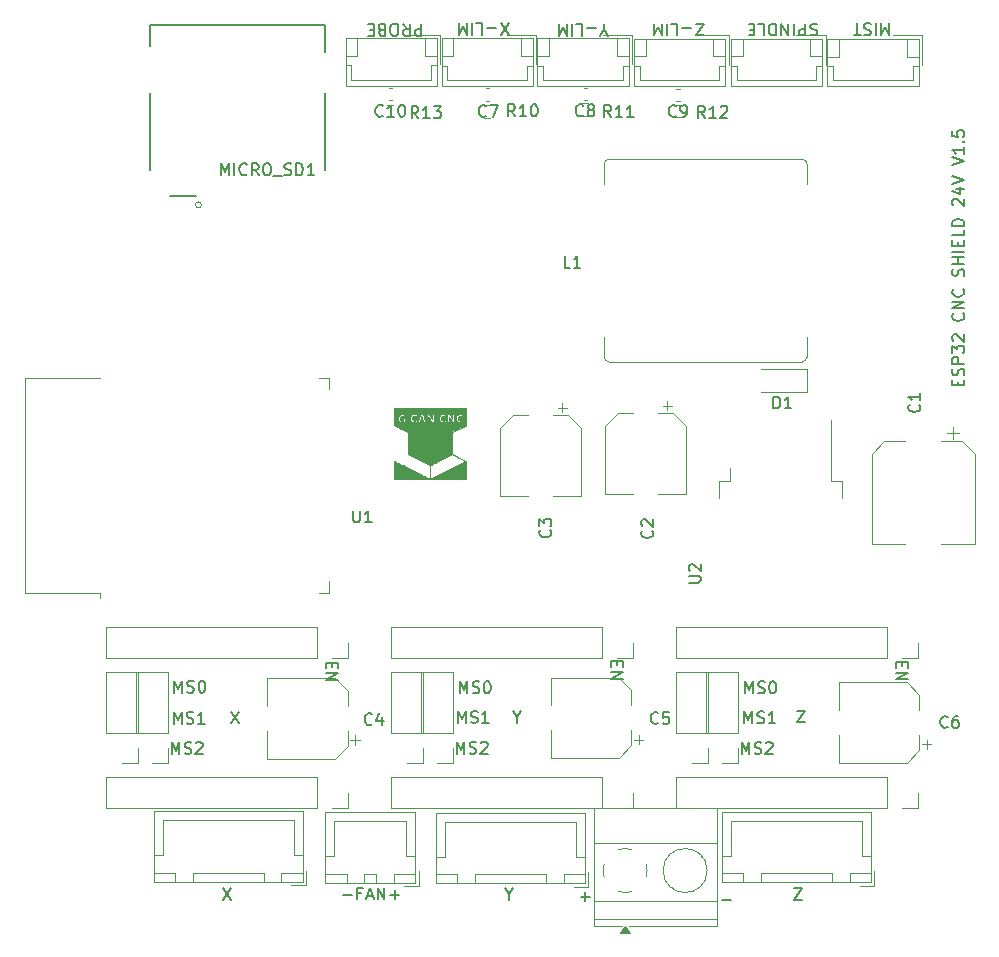
<source format=gbr>
%TF.GenerationSoftware,KiCad,Pcbnew,9.0.0*%
%TF.CreationDate,2025-04-21T14:47:56+01:00*%
%TF.ProjectId,ESP32_Cnc_Shield,45535033-325f-4436-9e63-5f536869656c,rev?*%
%TF.SameCoordinates,Original*%
%TF.FileFunction,Legend,Top*%
%TF.FilePolarity,Positive*%
%FSLAX46Y46*%
G04 Gerber Fmt 4.6, Leading zero omitted, Abs format (unit mm)*
G04 Created by KiCad (PCBNEW 9.0.0) date 2025-04-21 14:47:56*
%MOMM*%
%LPD*%
G01*
G04 APERTURE LIST*
%ADD10C,0.150000*%
%ADD11C,0.120000*%
%ADD12C,0.203200*%
%ADD13C,0.100000*%
%ADD14C,0.010000*%
G04 APERTURE END LIST*
D10*
X105416779Y-134439819D02*
X105416779Y-133439819D01*
X105416779Y-133439819D02*
X105750112Y-134154104D01*
X105750112Y-134154104D02*
X106083445Y-133439819D01*
X106083445Y-133439819D02*
X106083445Y-134439819D01*
X106512017Y-134392200D02*
X106654874Y-134439819D01*
X106654874Y-134439819D02*
X106892969Y-134439819D01*
X106892969Y-134439819D02*
X106988207Y-134392200D01*
X106988207Y-134392200D02*
X107035826Y-134344580D01*
X107035826Y-134344580D02*
X107083445Y-134249342D01*
X107083445Y-134249342D02*
X107083445Y-134154104D01*
X107083445Y-134154104D02*
X107035826Y-134058866D01*
X107035826Y-134058866D02*
X106988207Y-134011247D01*
X106988207Y-134011247D02*
X106892969Y-133963628D01*
X106892969Y-133963628D02*
X106702493Y-133916009D01*
X106702493Y-133916009D02*
X106607255Y-133868390D01*
X106607255Y-133868390D02*
X106559636Y-133820771D01*
X106559636Y-133820771D02*
X106512017Y-133725533D01*
X106512017Y-133725533D02*
X106512017Y-133630295D01*
X106512017Y-133630295D02*
X106559636Y-133535057D01*
X106559636Y-133535057D02*
X106607255Y-133487438D01*
X106607255Y-133487438D02*
X106702493Y-133439819D01*
X106702493Y-133439819D02*
X106940588Y-133439819D01*
X106940588Y-133439819D02*
X107083445Y-133487438D01*
X108035826Y-134439819D02*
X107464398Y-134439819D01*
X107750112Y-134439819D02*
X107750112Y-133439819D01*
X107750112Y-133439819D02*
X107654874Y-133582676D01*
X107654874Y-133582676D02*
X107559636Y-133677914D01*
X107559636Y-133677914D02*
X107464398Y-133725533D01*
X103506779Y-149368866D02*
X104268684Y-149368866D01*
X57086779Y-134479819D02*
X57086779Y-133479819D01*
X57086779Y-133479819D02*
X57420112Y-134194104D01*
X57420112Y-134194104D02*
X57753445Y-133479819D01*
X57753445Y-133479819D02*
X57753445Y-134479819D01*
X58182017Y-134432200D02*
X58324874Y-134479819D01*
X58324874Y-134479819D02*
X58562969Y-134479819D01*
X58562969Y-134479819D02*
X58658207Y-134432200D01*
X58658207Y-134432200D02*
X58705826Y-134384580D01*
X58705826Y-134384580D02*
X58753445Y-134289342D01*
X58753445Y-134289342D02*
X58753445Y-134194104D01*
X58753445Y-134194104D02*
X58705826Y-134098866D01*
X58705826Y-134098866D02*
X58658207Y-134051247D01*
X58658207Y-134051247D02*
X58562969Y-134003628D01*
X58562969Y-134003628D02*
X58372493Y-133956009D01*
X58372493Y-133956009D02*
X58277255Y-133908390D01*
X58277255Y-133908390D02*
X58229636Y-133860771D01*
X58229636Y-133860771D02*
X58182017Y-133765533D01*
X58182017Y-133765533D02*
X58182017Y-133670295D01*
X58182017Y-133670295D02*
X58229636Y-133575057D01*
X58229636Y-133575057D02*
X58277255Y-133527438D01*
X58277255Y-133527438D02*
X58372493Y-133479819D01*
X58372493Y-133479819D02*
X58610588Y-133479819D01*
X58610588Y-133479819D02*
X58753445Y-133527438D01*
X59705826Y-134479819D02*
X59134398Y-134479819D01*
X59420112Y-134479819D02*
X59420112Y-133479819D01*
X59420112Y-133479819D02*
X59324874Y-133622676D01*
X59324874Y-133622676D02*
X59229636Y-133717914D01*
X59229636Y-133717914D02*
X59134398Y-133765533D01*
X101978458Y-76200180D02*
X101311792Y-76200180D01*
X101311792Y-76200180D02*
X101978458Y-75200180D01*
X101978458Y-75200180D02*
X101311792Y-75200180D01*
X100930839Y-75581133D02*
X100168935Y-75581133D01*
X99216554Y-75200180D02*
X99692744Y-75200180D01*
X99692744Y-75200180D02*
X99692744Y-76200180D01*
X98883220Y-75200180D02*
X98883220Y-76200180D01*
X98407030Y-75200180D02*
X98407030Y-76200180D01*
X98407030Y-76200180D02*
X98073697Y-75485895D01*
X98073697Y-75485895D02*
X97740364Y-76200180D01*
X97740364Y-76200180D02*
X97740364Y-75200180D01*
X78063220Y-75220180D02*
X78063220Y-76220180D01*
X78063220Y-76220180D02*
X77682268Y-76220180D01*
X77682268Y-76220180D02*
X77587030Y-76172561D01*
X77587030Y-76172561D02*
X77539411Y-76124942D01*
X77539411Y-76124942D02*
X77491792Y-76029704D01*
X77491792Y-76029704D02*
X77491792Y-75886847D01*
X77491792Y-75886847D02*
X77539411Y-75791609D01*
X77539411Y-75791609D02*
X77587030Y-75743990D01*
X77587030Y-75743990D02*
X77682268Y-75696371D01*
X77682268Y-75696371D02*
X78063220Y-75696371D01*
X76491792Y-75220180D02*
X76825125Y-75696371D01*
X77063220Y-75220180D02*
X77063220Y-76220180D01*
X77063220Y-76220180D02*
X76682268Y-76220180D01*
X76682268Y-76220180D02*
X76587030Y-76172561D01*
X76587030Y-76172561D02*
X76539411Y-76124942D01*
X76539411Y-76124942D02*
X76491792Y-76029704D01*
X76491792Y-76029704D02*
X76491792Y-75886847D01*
X76491792Y-75886847D02*
X76539411Y-75791609D01*
X76539411Y-75791609D02*
X76587030Y-75743990D01*
X76587030Y-75743990D02*
X76682268Y-75696371D01*
X76682268Y-75696371D02*
X77063220Y-75696371D01*
X75872744Y-76220180D02*
X75682268Y-76220180D01*
X75682268Y-76220180D02*
X75587030Y-76172561D01*
X75587030Y-76172561D02*
X75491792Y-76077323D01*
X75491792Y-76077323D02*
X75444173Y-75886847D01*
X75444173Y-75886847D02*
X75444173Y-75553514D01*
X75444173Y-75553514D02*
X75491792Y-75363038D01*
X75491792Y-75363038D02*
X75587030Y-75267800D01*
X75587030Y-75267800D02*
X75682268Y-75220180D01*
X75682268Y-75220180D02*
X75872744Y-75220180D01*
X75872744Y-75220180D02*
X75967982Y-75267800D01*
X75967982Y-75267800D02*
X76063220Y-75363038D01*
X76063220Y-75363038D02*
X76110839Y-75553514D01*
X76110839Y-75553514D02*
X76110839Y-75886847D01*
X76110839Y-75886847D02*
X76063220Y-76077323D01*
X76063220Y-76077323D02*
X75967982Y-76172561D01*
X75967982Y-76172561D02*
X75872744Y-76220180D01*
X74682268Y-75743990D02*
X74539411Y-75696371D01*
X74539411Y-75696371D02*
X74491792Y-75648752D01*
X74491792Y-75648752D02*
X74444173Y-75553514D01*
X74444173Y-75553514D02*
X74444173Y-75410657D01*
X74444173Y-75410657D02*
X74491792Y-75315419D01*
X74491792Y-75315419D02*
X74539411Y-75267800D01*
X74539411Y-75267800D02*
X74634649Y-75220180D01*
X74634649Y-75220180D02*
X75015601Y-75220180D01*
X75015601Y-75220180D02*
X75015601Y-76220180D01*
X75015601Y-76220180D02*
X74682268Y-76220180D01*
X74682268Y-76220180D02*
X74587030Y-76172561D01*
X74587030Y-76172561D02*
X74539411Y-76124942D01*
X74539411Y-76124942D02*
X74491792Y-76029704D01*
X74491792Y-76029704D02*
X74491792Y-75934466D01*
X74491792Y-75934466D02*
X74539411Y-75839228D01*
X74539411Y-75839228D02*
X74587030Y-75791609D01*
X74587030Y-75791609D02*
X74682268Y-75743990D01*
X74682268Y-75743990D02*
X75015601Y-75743990D01*
X74015601Y-75743990D02*
X73682268Y-75743990D01*
X73539411Y-75220180D02*
X74015601Y-75220180D01*
X74015601Y-75220180D02*
X74015601Y-76220180D01*
X74015601Y-76220180D02*
X73539411Y-76220180D01*
X105171779Y-137044819D02*
X105171779Y-136044819D01*
X105171779Y-136044819D02*
X105505112Y-136759104D01*
X105505112Y-136759104D02*
X105838445Y-136044819D01*
X105838445Y-136044819D02*
X105838445Y-137044819D01*
X106267017Y-136997200D02*
X106409874Y-137044819D01*
X106409874Y-137044819D02*
X106647969Y-137044819D01*
X106647969Y-137044819D02*
X106743207Y-136997200D01*
X106743207Y-136997200D02*
X106790826Y-136949580D01*
X106790826Y-136949580D02*
X106838445Y-136854342D01*
X106838445Y-136854342D02*
X106838445Y-136759104D01*
X106838445Y-136759104D02*
X106790826Y-136663866D01*
X106790826Y-136663866D02*
X106743207Y-136616247D01*
X106743207Y-136616247D02*
X106647969Y-136568628D01*
X106647969Y-136568628D02*
X106457493Y-136521009D01*
X106457493Y-136521009D02*
X106362255Y-136473390D01*
X106362255Y-136473390D02*
X106314636Y-136425771D01*
X106314636Y-136425771D02*
X106267017Y-136330533D01*
X106267017Y-136330533D02*
X106267017Y-136235295D01*
X106267017Y-136235295D02*
X106314636Y-136140057D01*
X106314636Y-136140057D02*
X106362255Y-136092438D01*
X106362255Y-136092438D02*
X106457493Y-136044819D01*
X106457493Y-136044819D02*
X106695588Y-136044819D01*
X106695588Y-136044819D02*
X106838445Y-136092438D01*
X107219398Y-136140057D02*
X107267017Y-136092438D01*
X107267017Y-136092438D02*
X107362255Y-136044819D01*
X107362255Y-136044819D02*
X107600350Y-136044819D01*
X107600350Y-136044819D02*
X107695588Y-136092438D01*
X107695588Y-136092438D02*
X107743207Y-136140057D01*
X107743207Y-136140057D02*
X107790826Y-136235295D01*
X107790826Y-136235295D02*
X107790826Y-136330533D01*
X107790826Y-136330533D02*
X107743207Y-136473390D01*
X107743207Y-136473390D02*
X107171779Y-137044819D01*
X107171779Y-137044819D02*
X107790826Y-137044819D01*
X56911779Y-137044819D02*
X56911779Y-136044819D01*
X56911779Y-136044819D02*
X57245112Y-136759104D01*
X57245112Y-136759104D02*
X57578445Y-136044819D01*
X57578445Y-136044819D02*
X57578445Y-137044819D01*
X58007017Y-136997200D02*
X58149874Y-137044819D01*
X58149874Y-137044819D02*
X58387969Y-137044819D01*
X58387969Y-137044819D02*
X58483207Y-136997200D01*
X58483207Y-136997200D02*
X58530826Y-136949580D01*
X58530826Y-136949580D02*
X58578445Y-136854342D01*
X58578445Y-136854342D02*
X58578445Y-136759104D01*
X58578445Y-136759104D02*
X58530826Y-136663866D01*
X58530826Y-136663866D02*
X58483207Y-136616247D01*
X58483207Y-136616247D02*
X58387969Y-136568628D01*
X58387969Y-136568628D02*
X58197493Y-136521009D01*
X58197493Y-136521009D02*
X58102255Y-136473390D01*
X58102255Y-136473390D02*
X58054636Y-136425771D01*
X58054636Y-136425771D02*
X58007017Y-136330533D01*
X58007017Y-136330533D02*
X58007017Y-136235295D01*
X58007017Y-136235295D02*
X58054636Y-136140057D01*
X58054636Y-136140057D02*
X58102255Y-136092438D01*
X58102255Y-136092438D02*
X58197493Y-136044819D01*
X58197493Y-136044819D02*
X58435588Y-136044819D01*
X58435588Y-136044819D02*
X58578445Y-136092438D01*
X58959398Y-136140057D02*
X59007017Y-136092438D01*
X59007017Y-136092438D02*
X59102255Y-136044819D01*
X59102255Y-136044819D02*
X59340350Y-136044819D01*
X59340350Y-136044819D02*
X59435588Y-136092438D01*
X59435588Y-136092438D02*
X59483207Y-136140057D01*
X59483207Y-136140057D02*
X59530826Y-136235295D01*
X59530826Y-136235295D02*
X59530826Y-136330533D01*
X59530826Y-136330533D02*
X59483207Y-136473390D01*
X59483207Y-136473390D02*
X58911779Y-137044819D01*
X58911779Y-137044819D02*
X59530826Y-137044819D01*
X57146779Y-131839819D02*
X57146779Y-130839819D01*
X57146779Y-130839819D02*
X57480112Y-131554104D01*
X57480112Y-131554104D02*
X57813445Y-130839819D01*
X57813445Y-130839819D02*
X57813445Y-131839819D01*
X58242017Y-131792200D02*
X58384874Y-131839819D01*
X58384874Y-131839819D02*
X58622969Y-131839819D01*
X58622969Y-131839819D02*
X58718207Y-131792200D01*
X58718207Y-131792200D02*
X58765826Y-131744580D01*
X58765826Y-131744580D02*
X58813445Y-131649342D01*
X58813445Y-131649342D02*
X58813445Y-131554104D01*
X58813445Y-131554104D02*
X58765826Y-131458866D01*
X58765826Y-131458866D02*
X58718207Y-131411247D01*
X58718207Y-131411247D02*
X58622969Y-131363628D01*
X58622969Y-131363628D02*
X58432493Y-131316009D01*
X58432493Y-131316009D02*
X58337255Y-131268390D01*
X58337255Y-131268390D02*
X58289636Y-131220771D01*
X58289636Y-131220771D02*
X58242017Y-131125533D01*
X58242017Y-131125533D02*
X58242017Y-131030295D01*
X58242017Y-131030295D02*
X58289636Y-130935057D01*
X58289636Y-130935057D02*
X58337255Y-130887438D01*
X58337255Y-130887438D02*
X58432493Y-130839819D01*
X58432493Y-130839819D02*
X58670588Y-130839819D01*
X58670588Y-130839819D02*
X58813445Y-130887438D01*
X59432493Y-130839819D02*
X59527731Y-130839819D01*
X59527731Y-130839819D02*
X59622969Y-130887438D01*
X59622969Y-130887438D02*
X59670588Y-130935057D01*
X59670588Y-130935057D02*
X59718207Y-131030295D01*
X59718207Y-131030295D02*
X59765826Y-131220771D01*
X59765826Y-131220771D02*
X59765826Y-131458866D01*
X59765826Y-131458866D02*
X59718207Y-131649342D01*
X59718207Y-131649342D02*
X59670588Y-131744580D01*
X59670588Y-131744580D02*
X59622969Y-131792200D01*
X59622969Y-131792200D02*
X59527731Y-131839819D01*
X59527731Y-131839819D02*
X59432493Y-131839819D01*
X59432493Y-131839819D02*
X59337255Y-131792200D01*
X59337255Y-131792200D02*
X59289636Y-131744580D01*
X59289636Y-131744580D02*
X59242017Y-131649342D01*
X59242017Y-131649342D02*
X59194398Y-131458866D01*
X59194398Y-131458866D02*
X59194398Y-131220771D01*
X59194398Y-131220771D02*
X59242017Y-131030295D01*
X59242017Y-131030295D02*
X59289636Y-130935057D01*
X59289636Y-130935057D02*
X59337255Y-130887438D01*
X59337255Y-130887438D02*
X59432493Y-130839819D01*
X91556779Y-149118866D02*
X92318684Y-149118866D01*
X91937731Y-149499819D02*
X91937731Y-148737914D01*
X81156779Y-134409819D02*
X81156779Y-133409819D01*
X81156779Y-133409819D02*
X81490112Y-134124104D01*
X81490112Y-134124104D02*
X81823445Y-133409819D01*
X81823445Y-133409819D02*
X81823445Y-134409819D01*
X82252017Y-134362200D02*
X82394874Y-134409819D01*
X82394874Y-134409819D02*
X82632969Y-134409819D01*
X82632969Y-134409819D02*
X82728207Y-134362200D01*
X82728207Y-134362200D02*
X82775826Y-134314580D01*
X82775826Y-134314580D02*
X82823445Y-134219342D01*
X82823445Y-134219342D02*
X82823445Y-134124104D01*
X82823445Y-134124104D02*
X82775826Y-134028866D01*
X82775826Y-134028866D02*
X82728207Y-133981247D01*
X82728207Y-133981247D02*
X82632969Y-133933628D01*
X82632969Y-133933628D02*
X82442493Y-133886009D01*
X82442493Y-133886009D02*
X82347255Y-133838390D01*
X82347255Y-133838390D02*
X82299636Y-133790771D01*
X82299636Y-133790771D02*
X82252017Y-133695533D01*
X82252017Y-133695533D02*
X82252017Y-133600295D01*
X82252017Y-133600295D02*
X82299636Y-133505057D01*
X82299636Y-133505057D02*
X82347255Y-133457438D01*
X82347255Y-133457438D02*
X82442493Y-133409819D01*
X82442493Y-133409819D02*
X82680588Y-133409819D01*
X82680588Y-133409819D02*
X82823445Y-133457438D01*
X83775826Y-134409819D02*
X83204398Y-134409819D01*
X83490112Y-134409819D02*
X83490112Y-133409819D01*
X83490112Y-133409819D02*
X83394874Y-133552676D01*
X83394874Y-133552676D02*
X83299636Y-133647914D01*
X83299636Y-133647914D02*
X83204398Y-133695533D01*
X61281541Y-148379819D02*
X61948207Y-149379819D01*
X61948207Y-148379819D02*
X61281541Y-149379819D01*
X61941541Y-133449819D02*
X62608207Y-134449819D01*
X62608207Y-133449819D02*
X61941541Y-134449819D01*
X118773990Y-129256779D02*
X118773990Y-129590112D01*
X118250180Y-129732969D02*
X118250180Y-129256779D01*
X118250180Y-129256779D02*
X119250180Y-129256779D01*
X119250180Y-129256779D02*
X119250180Y-129732969D01*
X118250180Y-130161541D02*
X119250180Y-130161541D01*
X119250180Y-130161541D02*
X118250180Y-130732969D01*
X118250180Y-130732969D02*
X119250180Y-130732969D01*
X94663990Y-129206779D02*
X94663990Y-129540112D01*
X94140180Y-129682969D02*
X94140180Y-129206779D01*
X94140180Y-129206779D02*
X95140180Y-129206779D01*
X95140180Y-129206779D02*
X95140180Y-129682969D01*
X94140180Y-130111541D02*
X95140180Y-130111541D01*
X95140180Y-130111541D02*
X94140180Y-130682969D01*
X94140180Y-130682969D02*
X95140180Y-130682969D01*
X81041779Y-137009819D02*
X81041779Y-136009819D01*
X81041779Y-136009819D02*
X81375112Y-136724104D01*
X81375112Y-136724104D02*
X81708445Y-136009819D01*
X81708445Y-136009819D02*
X81708445Y-137009819D01*
X82137017Y-136962200D02*
X82279874Y-137009819D01*
X82279874Y-137009819D02*
X82517969Y-137009819D01*
X82517969Y-137009819D02*
X82613207Y-136962200D01*
X82613207Y-136962200D02*
X82660826Y-136914580D01*
X82660826Y-136914580D02*
X82708445Y-136819342D01*
X82708445Y-136819342D02*
X82708445Y-136724104D01*
X82708445Y-136724104D02*
X82660826Y-136628866D01*
X82660826Y-136628866D02*
X82613207Y-136581247D01*
X82613207Y-136581247D02*
X82517969Y-136533628D01*
X82517969Y-136533628D02*
X82327493Y-136486009D01*
X82327493Y-136486009D02*
X82232255Y-136438390D01*
X82232255Y-136438390D02*
X82184636Y-136390771D01*
X82184636Y-136390771D02*
X82137017Y-136295533D01*
X82137017Y-136295533D02*
X82137017Y-136200295D01*
X82137017Y-136200295D02*
X82184636Y-136105057D01*
X82184636Y-136105057D02*
X82232255Y-136057438D01*
X82232255Y-136057438D02*
X82327493Y-136009819D01*
X82327493Y-136009819D02*
X82565588Y-136009819D01*
X82565588Y-136009819D02*
X82708445Y-136057438D01*
X83089398Y-136105057D02*
X83137017Y-136057438D01*
X83137017Y-136057438D02*
X83232255Y-136009819D01*
X83232255Y-136009819D02*
X83470350Y-136009819D01*
X83470350Y-136009819D02*
X83565588Y-136057438D01*
X83565588Y-136057438D02*
X83613207Y-136105057D01*
X83613207Y-136105057D02*
X83660826Y-136200295D01*
X83660826Y-136200295D02*
X83660826Y-136295533D01*
X83660826Y-136295533D02*
X83613207Y-136438390D01*
X83613207Y-136438390D02*
X83041779Y-137009819D01*
X83041779Y-137009819D02*
X83660826Y-137009819D01*
X85468458Y-76160180D02*
X84801792Y-75160180D01*
X84801792Y-76160180D02*
X85468458Y-75160180D01*
X84420839Y-75541133D02*
X83658935Y-75541133D01*
X82706554Y-75160180D02*
X83182744Y-75160180D01*
X83182744Y-75160180D02*
X83182744Y-76160180D01*
X82373220Y-75160180D02*
X82373220Y-76160180D01*
X81897030Y-75160180D02*
X81897030Y-76160180D01*
X81897030Y-76160180D02*
X81563697Y-75445895D01*
X81563697Y-75445895D02*
X81230364Y-76160180D01*
X81230364Y-76160180D02*
X81230364Y-75160180D01*
X109591541Y-148409819D02*
X110258207Y-148409819D01*
X110258207Y-148409819D02*
X109591541Y-149409819D01*
X109591541Y-149409819D02*
X110258207Y-149409819D01*
X71406779Y-148968866D02*
X72168684Y-148968866D01*
X72978207Y-148826009D02*
X72644874Y-148826009D01*
X72644874Y-149349819D02*
X72644874Y-148349819D01*
X72644874Y-148349819D02*
X73121064Y-148349819D01*
X73454398Y-149064104D02*
X73930588Y-149064104D01*
X73359160Y-149349819D02*
X73692493Y-148349819D01*
X73692493Y-148349819D02*
X74025826Y-149349819D01*
X74359160Y-149349819D02*
X74359160Y-148349819D01*
X74359160Y-148349819D02*
X74930588Y-149349819D01*
X74930588Y-149349819D02*
X74930588Y-148349819D01*
X75406779Y-148968866D02*
X76168684Y-148968866D01*
X75787731Y-149349819D02*
X75787731Y-148587914D01*
X86137255Y-133933628D02*
X86137255Y-134409819D01*
X85803922Y-133409819D02*
X86137255Y-133933628D01*
X86137255Y-133933628D02*
X86470588Y-133409819D01*
X81296779Y-131889819D02*
X81296779Y-130889819D01*
X81296779Y-130889819D02*
X81630112Y-131604104D01*
X81630112Y-131604104D02*
X81963445Y-130889819D01*
X81963445Y-130889819D02*
X81963445Y-131889819D01*
X82392017Y-131842200D02*
X82534874Y-131889819D01*
X82534874Y-131889819D02*
X82772969Y-131889819D01*
X82772969Y-131889819D02*
X82868207Y-131842200D01*
X82868207Y-131842200D02*
X82915826Y-131794580D01*
X82915826Y-131794580D02*
X82963445Y-131699342D01*
X82963445Y-131699342D02*
X82963445Y-131604104D01*
X82963445Y-131604104D02*
X82915826Y-131508866D01*
X82915826Y-131508866D02*
X82868207Y-131461247D01*
X82868207Y-131461247D02*
X82772969Y-131413628D01*
X82772969Y-131413628D02*
X82582493Y-131366009D01*
X82582493Y-131366009D02*
X82487255Y-131318390D01*
X82487255Y-131318390D02*
X82439636Y-131270771D01*
X82439636Y-131270771D02*
X82392017Y-131175533D01*
X82392017Y-131175533D02*
X82392017Y-131080295D01*
X82392017Y-131080295D02*
X82439636Y-130985057D01*
X82439636Y-130985057D02*
X82487255Y-130937438D01*
X82487255Y-130937438D02*
X82582493Y-130889819D01*
X82582493Y-130889819D02*
X82820588Y-130889819D01*
X82820588Y-130889819D02*
X82963445Y-130937438D01*
X83582493Y-130889819D02*
X83677731Y-130889819D01*
X83677731Y-130889819D02*
X83772969Y-130937438D01*
X83772969Y-130937438D02*
X83820588Y-130985057D01*
X83820588Y-130985057D02*
X83868207Y-131080295D01*
X83868207Y-131080295D02*
X83915826Y-131270771D01*
X83915826Y-131270771D02*
X83915826Y-131508866D01*
X83915826Y-131508866D02*
X83868207Y-131699342D01*
X83868207Y-131699342D02*
X83820588Y-131794580D01*
X83820588Y-131794580D02*
X83772969Y-131842200D01*
X83772969Y-131842200D02*
X83677731Y-131889819D01*
X83677731Y-131889819D02*
X83582493Y-131889819D01*
X83582493Y-131889819D02*
X83487255Y-131842200D01*
X83487255Y-131842200D02*
X83439636Y-131794580D01*
X83439636Y-131794580D02*
X83392017Y-131699342D01*
X83392017Y-131699342D02*
X83344398Y-131508866D01*
X83344398Y-131508866D02*
X83344398Y-131270771D01*
X83344398Y-131270771D02*
X83392017Y-131080295D01*
X83392017Y-131080295D02*
X83439636Y-130985057D01*
X83439636Y-130985057D02*
X83487255Y-130937438D01*
X83487255Y-130937438D02*
X83582493Y-130889819D01*
X117673220Y-75190180D02*
X117673220Y-76190180D01*
X117673220Y-76190180D02*
X117339887Y-75475895D01*
X117339887Y-75475895D02*
X117006554Y-76190180D01*
X117006554Y-76190180D02*
X117006554Y-75190180D01*
X116530363Y-75190180D02*
X116530363Y-76190180D01*
X116101792Y-75237800D02*
X115958935Y-75190180D01*
X115958935Y-75190180D02*
X115720840Y-75190180D01*
X115720840Y-75190180D02*
X115625602Y-75237800D01*
X115625602Y-75237800D02*
X115577983Y-75285419D01*
X115577983Y-75285419D02*
X115530364Y-75380657D01*
X115530364Y-75380657D02*
X115530364Y-75475895D01*
X115530364Y-75475895D02*
X115577983Y-75571133D01*
X115577983Y-75571133D02*
X115625602Y-75618752D01*
X115625602Y-75618752D02*
X115720840Y-75666371D01*
X115720840Y-75666371D02*
X115911316Y-75713990D01*
X115911316Y-75713990D02*
X116006554Y-75761609D01*
X116006554Y-75761609D02*
X116054173Y-75809228D01*
X116054173Y-75809228D02*
X116101792Y-75904466D01*
X116101792Y-75904466D02*
X116101792Y-75999704D01*
X116101792Y-75999704D02*
X116054173Y-76094942D01*
X116054173Y-76094942D02*
X116006554Y-76142561D01*
X116006554Y-76142561D02*
X115911316Y-76190180D01*
X115911316Y-76190180D02*
X115673221Y-76190180D01*
X115673221Y-76190180D02*
X115530364Y-76142561D01*
X115244649Y-76190180D02*
X114673221Y-76190180D01*
X114958935Y-75190180D02*
X114958935Y-76190180D01*
X105476779Y-131899819D02*
X105476779Y-130899819D01*
X105476779Y-130899819D02*
X105810112Y-131614104D01*
X105810112Y-131614104D02*
X106143445Y-130899819D01*
X106143445Y-130899819D02*
X106143445Y-131899819D01*
X106572017Y-131852200D02*
X106714874Y-131899819D01*
X106714874Y-131899819D02*
X106952969Y-131899819D01*
X106952969Y-131899819D02*
X107048207Y-131852200D01*
X107048207Y-131852200D02*
X107095826Y-131804580D01*
X107095826Y-131804580D02*
X107143445Y-131709342D01*
X107143445Y-131709342D02*
X107143445Y-131614104D01*
X107143445Y-131614104D02*
X107095826Y-131518866D01*
X107095826Y-131518866D02*
X107048207Y-131471247D01*
X107048207Y-131471247D02*
X106952969Y-131423628D01*
X106952969Y-131423628D02*
X106762493Y-131376009D01*
X106762493Y-131376009D02*
X106667255Y-131328390D01*
X106667255Y-131328390D02*
X106619636Y-131280771D01*
X106619636Y-131280771D02*
X106572017Y-131185533D01*
X106572017Y-131185533D02*
X106572017Y-131090295D01*
X106572017Y-131090295D02*
X106619636Y-130995057D01*
X106619636Y-130995057D02*
X106667255Y-130947438D01*
X106667255Y-130947438D02*
X106762493Y-130899819D01*
X106762493Y-130899819D02*
X107000588Y-130899819D01*
X107000588Y-130899819D02*
X107143445Y-130947438D01*
X107762493Y-130899819D02*
X107857731Y-130899819D01*
X107857731Y-130899819D02*
X107952969Y-130947438D01*
X107952969Y-130947438D02*
X108000588Y-130995057D01*
X108000588Y-130995057D02*
X108048207Y-131090295D01*
X108048207Y-131090295D02*
X108095826Y-131280771D01*
X108095826Y-131280771D02*
X108095826Y-131518866D01*
X108095826Y-131518866D02*
X108048207Y-131709342D01*
X108048207Y-131709342D02*
X108000588Y-131804580D01*
X108000588Y-131804580D02*
X107952969Y-131852200D01*
X107952969Y-131852200D02*
X107857731Y-131899819D01*
X107857731Y-131899819D02*
X107762493Y-131899819D01*
X107762493Y-131899819D02*
X107667255Y-131852200D01*
X107667255Y-131852200D02*
X107619636Y-131804580D01*
X107619636Y-131804580D02*
X107572017Y-131709342D01*
X107572017Y-131709342D02*
X107524398Y-131518866D01*
X107524398Y-131518866D02*
X107524398Y-131280771D01*
X107524398Y-131280771D02*
X107572017Y-131090295D01*
X107572017Y-131090295D02*
X107619636Y-130995057D01*
X107619636Y-130995057D02*
X107667255Y-130947438D01*
X107667255Y-130947438D02*
X107762493Y-130899819D01*
X93542744Y-75696371D02*
X93542744Y-75220180D01*
X93876077Y-76220180D02*
X93542744Y-75696371D01*
X93542744Y-75696371D02*
X93209411Y-76220180D01*
X92876077Y-75601133D02*
X92114173Y-75601133D01*
X91161792Y-75220180D02*
X91637982Y-75220180D01*
X91637982Y-75220180D02*
X91637982Y-76220180D01*
X90828458Y-75220180D02*
X90828458Y-76220180D01*
X90352268Y-75220180D02*
X90352268Y-76220180D01*
X90352268Y-76220180D02*
X90018935Y-75505895D01*
X90018935Y-75505895D02*
X89685602Y-76220180D01*
X89685602Y-76220180D02*
X89685602Y-75220180D01*
X109841541Y-133369819D02*
X110508207Y-133369819D01*
X110508207Y-133369819D02*
X109841541Y-134369819D01*
X109841541Y-134369819D02*
X110508207Y-134369819D01*
X70503990Y-129306779D02*
X70503990Y-129640112D01*
X69980180Y-129782969D02*
X69980180Y-129306779D01*
X69980180Y-129306779D02*
X70980180Y-129306779D01*
X70980180Y-129306779D02*
X70980180Y-129782969D01*
X69980180Y-130211541D02*
X70980180Y-130211541D01*
X70980180Y-130211541D02*
X69980180Y-130782969D01*
X69980180Y-130782969D02*
X70980180Y-130782969D01*
X123486009Y-105843220D02*
X123486009Y-105509887D01*
X124009819Y-105367030D02*
X124009819Y-105843220D01*
X124009819Y-105843220D02*
X123009819Y-105843220D01*
X123009819Y-105843220D02*
X123009819Y-105367030D01*
X123962200Y-104986077D02*
X124009819Y-104843220D01*
X124009819Y-104843220D02*
X124009819Y-104605125D01*
X124009819Y-104605125D02*
X123962200Y-104509887D01*
X123962200Y-104509887D02*
X123914580Y-104462268D01*
X123914580Y-104462268D02*
X123819342Y-104414649D01*
X123819342Y-104414649D02*
X123724104Y-104414649D01*
X123724104Y-104414649D02*
X123628866Y-104462268D01*
X123628866Y-104462268D02*
X123581247Y-104509887D01*
X123581247Y-104509887D02*
X123533628Y-104605125D01*
X123533628Y-104605125D02*
X123486009Y-104795601D01*
X123486009Y-104795601D02*
X123438390Y-104890839D01*
X123438390Y-104890839D02*
X123390771Y-104938458D01*
X123390771Y-104938458D02*
X123295533Y-104986077D01*
X123295533Y-104986077D02*
X123200295Y-104986077D01*
X123200295Y-104986077D02*
X123105057Y-104938458D01*
X123105057Y-104938458D02*
X123057438Y-104890839D01*
X123057438Y-104890839D02*
X123009819Y-104795601D01*
X123009819Y-104795601D02*
X123009819Y-104557506D01*
X123009819Y-104557506D02*
X123057438Y-104414649D01*
X124009819Y-103986077D02*
X123009819Y-103986077D01*
X123009819Y-103986077D02*
X123009819Y-103605125D01*
X123009819Y-103605125D02*
X123057438Y-103509887D01*
X123057438Y-103509887D02*
X123105057Y-103462268D01*
X123105057Y-103462268D02*
X123200295Y-103414649D01*
X123200295Y-103414649D02*
X123343152Y-103414649D01*
X123343152Y-103414649D02*
X123438390Y-103462268D01*
X123438390Y-103462268D02*
X123486009Y-103509887D01*
X123486009Y-103509887D02*
X123533628Y-103605125D01*
X123533628Y-103605125D02*
X123533628Y-103986077D01*
X123009819Y-103081315D02*
X123009819Y-102462268D01*
X123009819Y-102462268D02*
X123390771Y-102795601D01*
X123390771Y-102795601D02*
X123390771Y-102652744D01*
X123390771Y-102652744D02*
X123438390Y-102557506D01*
X123438390Y-102557506D02*
X123486009Y-102509887D01*
X123486009Y-102509887D02*
X123581247Y-102462268D01*
X123581247Y-102462268D02*
X123819342Y-102462268D01*
X123819342Y-102462268D02*
X123914580Y-102509887D01*
X123914580Y-102509887D02*
X123962200Y-102557506D01*
X123962200Y-102557506D02*
X124009819Y-102652744D01*
X124009819Y-102652744D02*
X124009819Y-102938458D01*
X124009819Y-102938458D02*
X123962200Y-103033696D01*
X123962200Y-103033696D02*
X123914580Y-103081315D01*
X123105057Y-102081315D02*
X123057438Y-102033696D01*
X123057438Y-102033696D02*
X123009819Y-101938458D01*
X123009819Y-101938458D02*
X123009819Y-101700363D01*
X123009819Y-101700363D02*
X123057438Y-101605125D01*
X123057438Y-101605125D02*
X123105057Y-101557506D01*
X123105057Y-101557506D02*
X123200295Y-101509887D01*
X123200295Y-101509887D02*
X123295533Y-101509887D01*
X123295533Y-101509887D02*
X123438390Y-101557506D01*
X123438390Y-101557506D02*
X124009819Y-102128934D01*
X124009819Y-102128934D02*
X124009819Y-101509887D01*
X123914580Y-99747982D02*
X123962200Y-99795601D01*
X123962200Y-99795601D02*
X124009819Y-99938458D01*
X124009819Y-99938458D02*
X124009819Y-100033696D01*
X124009819Y-100033696D02*
X123962200Y-100176553D01*
X123962200Y-100176553D02*
X123866961Y-100271791D01*
X123866961Y-100271791D02*
X123771723Y-100319410D01*
X123771723Y-100319410D02*
X123581247Y-100367029D01*
X123581247Y-100367029D02*
X123438390Y-100367029D01*
X123438390Y-100367029D02*
X123247914Y-100319410D01*
X123247914Y-100319410D02*
X123152676Y-100271791D01*
X123152676Y-100271791D02*
X123057438Y-100176553D01*
X123057438Y-100176553D02*
X123009819Y-100033696D01*
X123009819Y-100033696D02*
X123009819Y-99938458D01*
X123009819Y-99938458D02*
X123057438Y-99795601D01*
X123057438Y-99795601D02*
X123105057Y-99747982D01*
X124009819Y-99319410D02*
X123009819Y-99319410D01*
X123009819Y-99319410D02*
X124009819Y-98747982D01*
X124009819Y-98747982D02*
X123009819Y-98747982D01*
X123914580Y-97700363D02*
X123962200Y-97747982D01*
X123962200Y-97747982D02*
X124009819Y-97890839D01*
X124009819Y-97890839D02*
X124009819Y-97986077D01*
X124009819Y-97986077D02*
X123962200Y-98128934D01*
X123962200Y-98128934D02*
X123866961Y-98224172D01*
X123866961Y-98224172D02*
X123771723Y-98271791D01*
X123771723Y-98271791D02*
X123581247Y-98319410D01*
X123581247Y-98319410D02*
X123438390Y-98319410D01*
X123438390Y-98319410D02*
X123247914Y-98271791D01*
X123247914Y-98271791D02*
X123152676Y-98224172D01*
X123152676Y-98224172D02*
X123057438Y-98128934D01*
X123057438Y-98128934D02*
X123009819Y-97986077D01*
X123009819Y-97986077D02*
X123009819Y-97890839D01*
X123009819Y-97890839D02*
X123057438Y-97747982D01*
X123057438Y-97747982D02*
X123105057Y-97700363D01*
X123962200Y-96557505D02*
X124009819Y-96414648D01*
X124009819Y-96414648D02*
X124009819Y-96176553D01*
X124009819Y-96176553D02*
X123962200Y-96081315D01*
X123962200Y-96081315D02*
X123914580Y-96033696D01*
X123914580Y-96033696D02*
X123819342Y-95986077D01*
X123819342Y-95986077D02*
X123724104Y-95986077D01*
X123724104Y-95986077D02*
X123628866Y-96033696D01*
X123628866Y-96033696D02*
X123581247Y-96081315D01*
X123581247Y-96081315D02*
X123533628Y-96176553D01*
X123533628Y-96176553D02*
X123486009Y-96367029D01*
X123486009Y-96367029D02*
X123438390Y-96462267D01*
X123438390Y-96462267D02*
X123390771Y-96509886D01*
X123390771Y-96509886D02*
X123295533Y-96557505D01*
X123295533Y-96557505D02*
X123200295Y-96557505D01*
X123200295Y-96557505D02*
X123105057Y-96509886D01*
X123105057Y-96509886D02*
X123057438Y-96462267D01*
X123057438Y-96462267D02*
X123009819Y-96367029D01*
X123009819Y-96367029D02*
X123009819Y-96128934D01*
X123009819Y-96128934D02*
X123057438Y-95986077D01*
X124009819Y-95557505D02*
X123009819Y-95557505D01*
X123486009Y-95557505D02*
X123486009Y-94986077D01*
X124009819Y-94986077D02*
X123009819Y-94986077D01*
X124009819Y-94509886D02*
X123009819Y-94509886D01*
X123486009Y-94033696D02*
X123486009Y-93700363D01*
X124009819Y-93557506D02*
X124009819Y-94033696D01*
X124009819Y-94033696D02*
X123009819Y-94033696D01*
X123009819Y-94033696D02*
X123009819Y-93557506D01*
X124009819Y-92652744D02*
X124009819Y-93128934D01*
X124009819Y-93128934D02*
X123009819Y-93128934D01*
X124009819Y-92319410D02*
X123009819Y-92319410D01*
X123009819Y-92319410D02*
X123009819Y-92081315D01*
X123009819Y-92081315D02*
X123057438Y-91938458D01*
X123057438Y-91938458D02*
X123152676Y-91843220D01*
X123152676Y-91843220D02*
X123247914Y-91795601D01*
X123247914Y-91795601D02*
X123438390Y-91747982D01*
X123438390Y-91747982D02*
X123581247Y-91747982D01*
X123581247Y-91747982D02*
X123771723Y-91795601D01*
X123771723Y-91795601D02*
X123866961Y-91843220D01*
X123866961Y-91843220D02*
X123962200Y-91938458D01*
X123962200Y-91938458D02*
X124009819Y-92081315D01*
X124009819Y-92081315D02*
X124009819Y-92319410D01*
X123105057Y-90605124D02*
X123057438Y-90557505D01*
X123057438Y-90557505D02*
X123009819Y-90462267D01*
X123009819Y-90462267D02*
X123009819Y-90224172D01*
X123009819Y-90224172D02*
X123057438Y-90128934D01*
X123057438Y-90128934D02*
X123105057Y-90081315D01*
X123105057Y-90081315D02*
X123200295Y-90033696D01*
X123200295Y-90033696D02*
X123295533Y-90033696D01*
X123295533Y-90033696D02*
X123438390Y-90081315D01*
X123438390Y-90081315D02*
X124009819Y-90652743D01*
X124009819Y-90652743D02*
X124009819Y-90033696D01*
X123343152Y-89176553D02*
X124009819Y-89176553D01*
X122962200Y-89414648D02*
X123676485Y-89652743D01*
X123676485Y-89652743D02*
X123676485Y-89033696D01*
X123009819Y-88795600D02*
X124009819Y-88462267D01*
X124009819Y-88462267D02*
X123009819Y-88128934D01*
X123009819Y-87176552D02*
X124009819Y-86843219D01*
X124009819Y-86843219D02*
X123009819Y-86509886D01*
X124009819Y-85652743D02*
X124009819Y-86224171D01*
X124009819Y-85938457D02*
X123009819Y-85938457D01*
X123009819Y-85938457D02*
X123152676Y-86033695D01*
X123152676Y-86033695D02*
X123247914Y-86128933D01*
X123247914Y-86128933D02*
X123295533Y-86224171D01*
X123914580Y-85224171D02*
X123962200Y-85176552D01*
X123962200Y-85176552D02*
X124009819Y-85224171D01*
X124009819Y-85224171D02*
X123962200Y-85271790D01*
X123962200Y-85271790D02*
X123914580Y-85224171D01*
X123914580Y-85224171D02*
X124009819Y-85224171D01*
X123009819Y-84271791D02*
X123009819Y-84747981D01*
X123009819Y-84747981D02*
X123486009Y-84795600D01*
X123486009Y-84795600D02*
X123438390Y-84747981D01*
X123438390Y-84747981D02*
X123390771Y-84652743D01*
X123390771Y-84652743D02*
X123390771Y-84414648D01*
X123390771Y-84414648D02*
X123438390Y-84319410D01*
X123438390Y-84319410D02*
X123486009Y-84271791D01*
X123486009Y-84271791D02*
X123581247Y-84224172D01*
X123581247Y-84224172D02*
X123819342Y-84224172D01*
X123819342Y-84224172D02*
X123914580Y-84271791D01*
X123914580Y-84271791D02*
X123962200Y-84319410D01*
X123962200Y-84319410D02*
X124009819Y-84414648D01*
X124009819Y-84414648D02*
X124009819Y-84652743D01*
X124009819Y-84652743D02*
X123962200Y-84747981D01*
X123962200Y-84747981D02*
X123914580Y-84795600D01*
X85467255Y-148913628D02*
X85467255Y-149389819D01*
X85133922Y-148389819D02*
X85467255Y-148913628D01*
X85467255Y-148913628D02*
X85800588Y-148389819D01*
X111570839Y-75257800D02*
X111427982Y-75210180D01*
X111427982Y-75210180D02*
X111189887Y-75210180D01*
X111189887Y-75210180D02*
X111094649Y-75257800D01*
X111094649Y-75257800D02*
X111047030Y-75305419D01*
X111047030Y-75305419D02*
X110999411Y-75400657D01*
X110999411Y-75400657D02*
X110999411Y-75495895D01*
X110999411Y-75495895D02*
X111047030Y-75591133D01*
X111047030Y-75591133D02*
X111094649Y-75638752D01*
X111094649Y-75638752D02*
X111189887Y-75686371D01*
X111189887Y-75686371D02*
X111380363Y-75733990D01*
X111380363Y-75733990D02*
X111475601Y-75781609D01*
X111475601Y-75781609D02*
X111523220Y-75829228D01*
X111523220Y-75829228D02*
X111570839Y-75924466D01*
X111570839Y-75924466D02*
X111570839Y-76019704D01*
X111570839Y-76019704D02*
X111523220Y-76114942D01*
X111523220Y-76114942D02*
X111475601Y-76162561D01*
X111475601Y-76162561D02*
X111380363Y-76210180D01*
X111380363Y-76210180D02*
X111142268Y-76210180D01*
X111142268Y-76210180D02*
X110999411Y-76162561D01*
X110570839Y-75210180D02*
X110570839Y-76210180D01*
X110570839Y-76210180D02*
X110189887Y-76210180D01*
X110189887Y-76210180D02*
X110094649Y-76162561D01*
X110094649Y-76162561D02*
X110047030Y-76114942D01*
X110047030Y-76114942D02*
X109999411Y-76019704D01*
X109999411Y-76019704D02*
X109999411Y-75876847D01*
X109999411Y-75876847D02*
X110047030Y-75781609D01*
X110047030Y-75781609D02*
X110094649Y-75733990D01*
X110094649Y-75733990D02*
X110189887Y-75686371D01*
X110189887Y-75686371D02*
X110570839Y-75686371D01*
X109570839Y-75210180D02*
X109570839Y-76210180D01*
X109094649Y-75210180D02*
X109094649Y-76210180D01*
X109094649Y-76210180D02*
X108523221Y-75210180D01*
X108523221Y-75210180D02*
X108523221Y-76210180D01*
X108047030Y-75210180D02*
X108047030Y-76210180D01*
X108047030Y-76210180D02*
X107808935Y-76210180D01*
X107808935Y-76210180D02*
X107666078Y-76162561D01*
X107666078Y-76162561D02*
X107570840Y-76067323D01*
X107570840Y-76067323D02*
X107523221Y-75972085D01*
X107523221Y-75972085D02*
X107475602Y-75781609D01*
X107475602Y-75781609D02*
X107475602Y-75638752D01*
X107475602Y-75638752D02*
X107523221Y-75448276D01*
X107523221Y-75448276D02*
X107570840Y-75353038D01*
X107570840Y-75353038D02*
X107666078Y-75257800D01*
X107666078Y-75257800D02*
X107808935Y-75210180D01*
X107808935Y-75210180D02*
X108047030Y-75210180D01*
X106570840Y-75210180D02*
X107047030Y-75210180D01*
X107047030Y-75210180D02*
X107047030Y-76210180D01*
X106237506Y-75733990D02*
X105904173Y-75733990D01*
X105761316Y-75210180D02*
X106237506Y-75210180D01*
X106237506Y-75210180D02*
X106237506Y-76210180D01*
X106237506Y-76210180D02*
X105761316Y-76210180D01*
X122623333Y-134729580D02*
X122575714Y-134777200D01*
X122575714Y-134777200D02*
X122432857Y-134824819D01*
X122432857Y-134824819D02*
X122337619Y-134824819D01*
X122337619Y-134824819D02*
X122194762Y-134777200D01*
X122194762Y-134777200D02*
X122099524Y-134681961D01*
X122099524Y-134681961D02*
X122051905Y-134586723D01*
X122051905Y-134586723D02*
X122004286Y-134396247D01*
X122004286Y-134396247D02*
X122004286Y-134253390D01*
X122004286Y-134253390D02*
X122051905Y-134062914D01*
X122051905Y-134062914D02*
X122099524Y-133967676D01*
X122099524Y-133967676D02*
X122194762Y-133872438D01*
X122194762Y-133872438D02*
X122337619Y-133824819D01*
X122337619Y-133824819D02*
X122432857Y-133824819D01*
X122432857Y-133824819D02*
X122575714Y-133872438D01*
X122575714Y-133872438D02*
X122623333Y-133920057D01*
X123480476Y-133824819D02*
X123290000Y-133824819D01*
X123290000Y-133824819D02*
X123194762Y-133872438D01*
X123194762Y-133872438D02*
X123147143Y-133920057D01*
X123147143Y-133920057D02*
X123051905Y-134062914D01*
X123051905Y-134062914D02*
X123004286Y-134253390D01*
X123004286Y-134253390D02*
X123004286Y-134634342D01*
X123004286Y-134634342D02*
X123051905Y-134729580D01*
X123051905Y-134729580D02*
X123099524Y-134777200D01*
X123099524Y-134777200D02*
X123194762Y-134824819D01*
X123194762Y-134824819D02*
X123385238Y-134824819D01*
X123385238Y-134824819D02*
X123480476Y-134777200D01*
X123480476Y-134777200D02*
X123528095Y-134729580D01*
X123528095Y-134729580D02*
X123575714Y-134634342D01*
X123575714Y-134634342D02*
X123575714Y-134396247D01*
X123575714Y-134396247D02*
X123528095Y-134301009D01*
X123528095Y-134301009D02*
X123480476Y-134253390D01*
X123480476Y-134253390D02*
X123385238Y-134205771D01*
X123385238Y-134205771D02*
X123194762Y-134205771D01*
X123194762Y-134205771D02*
X123099524Y-134253390D01*
X123099524Y-134253390D02*
X123051905Y-134301009D01*
X123051905Y-134301009D02*
X123004286Y-134396247D01*
X97589580Y-118126666D02*
X97637200Y-118174285D01*
X97637200Y-118174285D02*
X97684819Y-118317142D01*
X97684819Y-118317142D02*
X97684819Y-118412380D01*
X97684819Y-118412380D02*
X97637200Y-118555237D01*
X97637200Y-118555237D02*
X97541961Y-118650475D01*
X97541961Y-118650475D02*
X97446723Y-118698094D01*
X97446723Y-118698094D02*
X97256247Y-118745713D01*
X97256247Y-118745713D02*
X97113390Y-118745713D01*
X97113390Y-118745713D02*
X96922914Y-118698094D01*
X96922914Y-118698094D02*
X96827676Y-118650475D01*
X96827676Y-118650475D02*
X96732438Y-118555237D01*
X96732438Y-118555237D02*
X96684819Y-118412380D01*
X96684819Y-118412380D02*
X96684819Y-118317142D01*
X96684819Y-118317142D02*
X96732438Y-118174285D01*
X96732438Y-118174285D02*
X96780057Y-118126666D01*
X96780057Y-117745713D02*
X96732438Y-117698094D01*
X96732438Y-117698094D02*
X96684819Y-117602856D01*
X96684819Y-117602856D02*
X96684819Y-117364761D01*
X96684819Y-117364761D02*
X96732438Y-117269523D01*
X96732438Y-117269523D02*
X96780057Y-117221904D01*
X96780057Y-117221904D02*
X96875295Y-117174285D01*
X96875295Y-117174285D02*
X96970533Y-117174285D01*
X96970533Y-117174285D02*
X97113390Y-117221904D01*
X97113390Y-117221904D02*
X97684819Y-117793332D01*
X97684819Y-117793332D02*
X97684819Y-117174285D01*
X73873333Y-134509580D02*
X73825714Y-134557200D01*
X73825714Y-134557200D02*
X73682857Y-134604819D01*
X73682857Y-134604819D02*
X73587619Y-134604819D01*
X73587619Y-134604819D02*
X73444762Y-134557200D01*
X73444762Y-134557200D02*
X73349524Y-134461961D01*
X73349524Y-134461961D02*
X73301905Y-134366723D01*
X73301905Y-134366723D02*
X73254286Y-134176247D01*
X73254286Y-134176247D02*
X73254286Y-134033390D01*
X73254286Y-134033390D02*
X73301905Y-133842914D01*
X73301905Y-133842914D02*
X73349524Y-133747676D01*
X73349524Y-133747676D02*
X73444762Y-133652438D01*
X73444762Y-133652438D02*
X73587619Y-133604819D01*
X73587619Y-133604819D02*
X73682857Y-133604819D01*
X73682857Y-133604819D02*
X73825714Y-133652438D01*
X73825714Y-133652438D02*
X73873333Y-133700057D01*
X74730476Y-133938152D02*
X74730476Y-134604819D01*
X74492381Y-133557200D02*
X74254286Y-134271485D01*
X74254286Y-134271485D02*
X74873333Y-134271485D01*
X72298095Y-116444819D02*
X72298095Y-117254342D01*
X72298095Y-117254342D02*
X72345714Y-117349580D01*
X72345714Y-117349580D02*
X72393333Y-117397200D01*
X72393333Y-117397200D02*
X72488571Y-117444819D01*
X72488571Y-117444819D02*
X72679047Y-117444819D01*
X72679047Y-117444819D02*
X72774285Y-117397200D01*
X72774285Y-117397200D02*
X72821904Y-117349580D01*
X72821904Y-117349580D02*
X72869523Y-117254342D01*
X72869523Y-117254342D02*
X72869523Y-116444819D01*
X73869523Y-117444819D02*
X73298095Y-117444819D01*
X73583809Y-117444819D02*
X73583809Y-116444819D01*
X73583809Y-116444819D02*
X73488571Y-116587676D01*
X73488571Y-116587676D02*
X73393333Y-116682914D01*
X73393333Y-116682914D02*
X73298095Y-116730533D01*
X61091429Y-88048819D02*
X61091429Y-87048819D01*
X61091429Y-87048819D02*
X61424762Y-87763104D01*
X61424762Y-87763104D02*
X61758095Y-87048819D01*
X61758095Y-87048819D02*
X61758095Y-88048819D01*
X62234286Y-88048819D02*
X62234286Y-87048819D01*
X63281904Y-87953580D02*
X63234285Y-88001200D01*
X63234285Y-88001200D02*
X63091428Y-88048819D01*
X63091428Y-88048819D02*
X62996190Y-88048819D01*
X62996190Y-88048819D02*
X62853333Y-88001200D01*
X62853333Y-88001200D02*
X62758095Y-87905961D01*
X62758095Y-87905961D02*
X62710476Y-87810723D01*
X62710476Y-87810723D02*
X62662857Y-87620247D01*
X62662857Y-87620247D02*
X62662857Y-87477390D01*
X62662857Y-87477390D02*
X62710476Y-87286914D01*
X62710476Y-87286914D02*
X62758095Y-87191676D01*
X62758095Y-87191676D02*
X62853333Y-87096438D01*
X62853333Y-87096438D02*
X62996190Y-87048819D01*
X62996190Y-87048819D02*
X63091428Y-87048819D01*
X63091428Y-87048819D02*
X63234285Y-87096438D01*
X63234285Y-87096438D02*
X63281904Y-87144057D01*
X64281904Y-88048819D02*
X63948571Y-87572628D01*
X63710476Y-88048819D02*
X63710476Y-87048819D01*
X63710476Y-87048819D02*
X64091428Y-87048819D01*
X64091428Y-87048819D02*
X64186666Y-87096438D01*
X64186666Y-87096438D02*
X64234285Y-87144057D01*
X64234285Y-87144057D02*
X64281904Y-87239295D01*
X64281904Y-87239295D02*
X64281904Y-87382152D01*
X64281904Y-87382152D02*
X64234285Y-87477390D01*
X64234285Y-87477390D02*
X64186666Y-87525009D01*
X64186666Y-87525009D02*
X64091428Y-87572628D01*
X64091428Y-87572628D02*
X63710476Y-87572628D01*
X64900952Y-87048819D02*
X65091428Y-87048819D01*
X65091428Y-87048819D02*
X65186666Y-87096438D01*
X65186666Y-87096438D02*
X65281904Y-87191676D01*
X65281904Y-87191676D02*
X65329523Y-87382152D01*
X65329523Y-87382152D02*
X65329523Y-87715485D01*
X65329523Y-87715485D02*
X65281904Y-87905961D01*
X65281904Y-87905961D02*
X65186666Y-88001200D01*
X65186666Y-88001200D02*
X65091428Y-88048819D01*
X65091428Y-88048819D02*
X64900952Y-88048819D01*
X64900952Y-88048819D02*
X64805714Y-88001200D01*
X64805714Y-88001200D02*
X64710476Y-87905961D01*
X64710476Y-87905961D02*
X64662857Y-87715485D01*
X64662857Y-87715485D02*
X64662857Y-87382152D01*
X64662857Y-87382152D02*
X64710476Y-87191676D01*
X64710476Y-87191676D02*
X64805714Y-87096438D01*
X64805714Y-87096438D02*
X64900952Y-87048819D01*
X65520000Y-88144057D02*
X66281904Y-88144057D01*
X66472381Y-88001200D02*
X66615238Y-88048819D01*
X66615238Y-88048819D02*
X66853333Y-88048819D01*
X66853333Y-88048819D02*
X66948571Y-88001200D01*
X66948571Y-88001200D02*
X66996190Y-87953580D01*
X66996190Y-87953580D02*
X67043809Y-87858342D01*
X67043809Y-87858342D02*
X67043809Y-87763104D01*
X67043809Y-87763104D02*
X66996190Y-87667866D01*
X66996190Y-87667866D02*
X66948571Y-87620247D01*
X66948571Y-87620247D02*
X66853333Y-87572628D01*
X66853333Y-87572628D02*
X66662857Y-87525009D01*
X66662857Y-87525009D02*
X66567619Y-87477390D01*
X66567619Y-87477390D02*
X66520000Y-87429771D01*
X66520000Y-87429771D02*
X66472381Y-87334533D01*
X66472381Y-87334533D02*
X66472381Y-87239295D01*
X66472381Y-87239295D02*
X66520000Y-87144057D01*
X66520000Y-87144057D02*
X66567619Y-87096438D01*
X66567619Y-87096438D02*
X66662857Y-87048819D01*
X66662857Y-87048819D02*
X66900952Y-87048819D01*
X66900952Y-87048819D02*
X67043809Y-87096438D01*
X67472381Y-88048819D02*
X67472381Y-87048819D01*
X67472381Y-87048819D02*
X67710476Y-87048819D01*
X67710476Y-87048819D02*
X67853333Y-87096438D01*
X67853333Y-87096438D02*
X67948571Y-87191676D01*
X67948571Y-87191676D02*
X67996190Y-87286914D01*
X67996190Y-87286914D02*
X68043809Y-87477390D01*
X68043809Y-87477390D02*
X68043809Y-87620247D01*
X68043809Y-87620247D02*
X67996190Y-87810723D01*
X67996190Y-87810723D02*
X67948571Y-87905961D01*
X67948571Y-87905961D02*
X67853333Y-88001200D01*
X67853333Y-88001200D02*
X67710476Y-88048819D01*
X67710476Y-88048819D02*
X67472381Y-88048819D01*
X68996190Y-88048819D02*
X68424762Y-88048819D01*
X68710476Y-88048819D02*
X68710476Y-87048819D01*
X68710476Y-87048819D02*
X68615238Y-87191676D01*
X68615238Y-87191676D02*
X68520000Y-87286914D01*
X68520000Y-87286914D02*
X68424762Y-87334533D01*
X94132142Y-83114819D02*
X93798809Y-82638628D01*
X93560714Y-83114819D02*
X93560714Y-82114819D01*
X93560714Y-82114819D02*
X93941666Y-82114819D01*
X93941666Y-82114819D02*
X94036904Y-82162438D01*
X94036904Y-82162438D02*
X94084523Y-82210057D01*
X94084523Y-82210057D02*
X94132142Y-82305295D01*
X94132142Y-82305295D02*
X94132142Y-82448152D01*
X94132142Y-82448152D02*
X94084523Y-82543390D01*
X94084523Y-82543390D02*
X94036904Y-82591009D01*
X94036904Y-82591009D02*
X93941666Y-82638628D01*
X93941666Y-82638628D02*
X93560714Y-82638628D01*
X95084523Y-83114819D02*
X94513095Y-83114819D01*
X94798809Y-83114819D02*
X94798809Y-82114819D01*
X94798809Y-82114819D02*
X94703571Y-82257676D01*
X94703571Y-82257676D02*
X94608333Y-82352914D01*
X94608333Y-82352914D02*
X94513095Y-82400533D01*
X96036904Y-83114819D02*
X95465476Y-83114819D01*
X95751190Y-83114819D02*
X95751190Y-82114819D01*
X95751190Y-82114819D02*
X95655952Y-82257676D01*
X95655952Y-82257676D02*
X95560714Y-82352914D01*
X95560714Y-82352914D02*
X95465476Y-82400533D01*
X100694819Y-122531904D02*
X101504342Y-122531904D01*
X101504342Y-122531904D02*
X101599580Y-122484285D01*
X101599580Y-122484285D02*
X101647200Y-122436666D01*
X101647200Y-122436666D02*
X101694819Y-122341428D01*
X101694819Y-122341428D02*
X101694819Y-122150952D01*
X101694819Y-122150952D02*
X101647200Y-122055714D01*
X101647200Y-122055714D02*
X101599580Y-122008095D01*
X101599580Y-122008095D02*
X101504342Y-121960476D01*
X101504342Y-121960476D02*
X100694819Y-121960476D01*
X100790057Y-121531904D02*
X100742438Y-121484285D01*
X100742438Y-121484285D02*
X100694819Y-121389047D01*
X100694819Y-121389047D02*
X100694819Y-121150952D01*
X100694819Y-121150952D02*
X100742438Y-121055714D01*
X100742438Y-121055714D02*
X100790057Y-121008095D01*
X100790057Y-121008095D02*
X100885295Y-120960476D01*
X100885295Y-120960476D02*
X100980533Y-120960476D01*
X100980533Y-120960476D02*
X101123390Y-121008095D01*
X101123390Y-121008095D02*
X101694819Y-121579523D01*
X101694819Y-121579523D02*
X101694819Y-120960476D01*
X77809642Y-83214819D02*
X77476309Y-82738628D01*
X77238214Y-83214819D02*
X77238214Y-82214819D01*
X77238214Y-82214819D02*
X77619166Y-82214819D01*
X77619166Y-82214819D02*
X77714404Y-82262438D01*
X77714404Y-82262438D02*
X77762023Y-82310057D01*
X77762023Y-82310057D02*
X77809642Y-82405295D01*
X77809642Y-82405295D02*
X77809642Y-82548152D01*
X77809642Y-82548152D02*
X77762023Y-82643390D01*
X77762023Y-82643390D02*
X77714404Y-82691009D01*
X77714404Y-82691009D02*
X77619166Y-82738628D01*
X77619166Y-82738628D02*
X77238214Y-82738628D01*
X78762023Y-83214819D02*
X78190595Y-83214819D01*
X78476309Y-83214819D02*
X78476309Y-82214819D01*
X78476309Y-82214819D02*
X78381071Y-82357676D01*
X78381071Y-82357676D02*
X78285833Y-82452914D01*
X78285833Y-82452914D02*
X78190595Y-82500533D01*
X79095357Y-82214819D02*
X79714404Y-82214819D01*
X79714404Y-82214819D02*
X79381071Y-82595771D01*
X79381071Y-82595771D02*
X79523928Y-82595771D01*
X79523928Y-82595771D02*
X79619166Y-82643390D01*
X79619166Y-82643390D02*
X79666785Y-82691009D01*
X79666785Y-82691009D02*
X79714404Y-82786247D01*
X79714404Y-82786247D02*
X79714404Y-83024342D01*
X79714404Y-83024342D02*
X79666785Y-83119580D01*
X79666785Y-83119580D02*
X79619166Y-83167200D01*
X79619166Y-83167200D02*
X79523928Y-83214819D01*
X79523928Y-83214819D02*
X79238214Y-83214819D01*
X79238214Y-83214819D02*
X79142976Y-83167200D01*
X79142976Y-83167200D02*
X79095357Y-83119580D01*
X98103333Y-134409580D02*
X98055714Y-134457200D01*
X98055714Y-134457200D02*
X97912857Y-134504819D01*
X97912857Y-134504819D02*
X97817619Y-134504819D01*
X97817619Y-134504819D02*
X97674762Y-134457200D01*
X97674762Y-134457200D02*
X97579524Y-134361961D01*
X97579524Y-134361961D02*
X97531905Y-134266723D01*
X97531905Y-134266723D02*
X97484286Y-134076247D01*
X97484286Y-134076247D02*
X97484286Y-133933390D01*
X97484286Y-133933390D02*
X97531905Y-133742914D01*
X97531905Y-133742914D02*
X97579524Y-133647676D01*
X97579524Y-133647676D02*
X97674762Y-133552438D01*
X97674762Y-133552438D02*
X97817619Y-133504819D01*
X97817619Y-133504819D02*
X97912857Y-133504819D01*
X97912857Y-133504819D02*
X98055714Y-133552438D01*
X98055714Y-133552438D02*
X98103333Y-133600057D01*
X99008095Y-133504819D02*
X98531905Y-133504819D01*
X98531905Y-133504819D02*
X98484286Y-133981009D01*
X98484286Y-133981009D02*
X98531905Y-133933390D01*
X98531905Y-133933390D02*
X98627143Y-133885771D01*
X98627143Y-133885771D02*
X98865238Y-133885771D01*
X98865238Y-133885771D02*
X98960476Y-133933390D01*
X98960476Y-133933390D02*
X99008095Y-133981009D01*
X99008095Y-133981009D02*
X99055714Y-134076247D01*
X99055714Y-134076247D02*
X99055714Y-134314342D01*
X99055714Y-134314342D02*
X99008095Y-134409580D01*
X99008095Y-134409580D02*
X98960476Y-134457200D01*
X98960476Y-134457200D02*
X98865238Y-134504819D01*
X98865238Y-134504819D02*
X98627143Y-134504819D01*
X98627143Y-134504819D02*
X98531905Y-134457200D01*
X98531905Y-134457200D02*
X98484286Y-134409580D01*
X120209580Y-107456666D02*
X120257200Y-107504285D01*
X120257200Y-107504285D02*
X120304819Y-107647142D01*
X120304819Y-107647142D02*
X120304819Y-107742380D01*
X120304819Y-107742380D02*
X120257200Y-107885237D01*
X120257200Y-107885237D02*
X120161961Y-107980475D01*
X120161961Y-107980475D02*
X120066723Y-108028094D01*
X120066723Y-108028094D02*
X119876247Y-108075713D01*
X119876247Y-108075713D02*
X119733390Y-108075713D01*
X119733390Y-108075713D02*
X119542914Y-108028094D01*
X119542914Y-108028094D02*
X119447676Y-107980475D01*
X119447676Y-107980475D02*
X119352438Y-107885237D01*
X119352438Y-107885237D02*
X119304819Y-107742380D01*
X119304819Y-107742380D02*
X119304819Y-107647142D01*
X119304819Y-107647142D02*
X119352438Y-107504285D01*
X119352438Y-107504285D02*
X119400057Y-107456666D01*
X120304819Y-106504285D02*
X120304819Y-107075713D01*
X120304819Y-106789999D02*
X119304819Y-106789999D01*
X119304819Y-106789999D02*
X119447676Y-106885237D01*
X119447676Y-106885237D02*
X119542914Y-106980475D01*
X119542914Y-106980475D02*
X119590533Y-107075713D01*
X90663333Y-95864819D02*
X90187143Y-95864819D01*
X90187143Y-95864819D02*
X90187143Y-94864819D01*
X91520476Y-95864819D02*
X90949048Y-95864819D01*
X91234762Y-95864819D02*
X91234762Y-94864819D01*
X91234762Y-94864819D02*
X91139524Y-95007676D01*
X91139524Y-95007676D02*
X91044286Y-95102914D01*
X91044286Y-95102914D02*
X90949048Y-95150533D01*
X83520833Y-82999580D02*
X83473214Y-83047200D01*
X83473214Y-83047200D02*
X83330357Y-83094819D01*
X83330357Y-83094819D02*
X83235119Y-83094819D01*
X83235119Y-83094819D02*
X83092262Y-83047200D01*
X83092262Y-83047200D02*
X82997024Y-82951961D01*
X82997024Y-82951961D02*
X82949405Y-82856723D01*
X82949405Y-82856723D02*
X82901786Y-82666247D01*
X82901786Y-82666247D02*
X82901786Y-82523390D01*
X82901786Y-82523390D02*
X82949405Y-82332914D01*
X82949405Y-82332914D02*
X82997024Y-82237676D01*
X82997024Y-82237676D02*
X83092262Y-82142438D01*
X83092262Y-82142438D02*
X83235119Y-82094819D01*
X83235119Y-82094819D02*
X83330357Y-82094819D01*
X83330357Y-82094819D02*
X83473214Y-82142438D01*
X83473214Y-82142438D02*
X83520833Y-82190057D01*
X83854167Y-82094819D02*
X84520833Y-82094819D01*
X84520833Y-82094819D02*
X84092262Y-83094819D01*
X88959580Y-118086666D02*
X89007200Y-118134285D01*
X89007200Y-118134285D02*
X89054819Y-118277142D01*
X89054819Y-118277142D02*
X89054819Y-118372380D01*
X89054819Y-118372380D02*
X89007200Y-118515237D01*
X89007200Y-118515237D02*
X88911961Y-118610475D01*
X88911961Y-118610475D02*
X88816723Y-118658094D01*
X88816723Y-118658094D02*
X88626247Y-118705713D01*
X88626247Y-118705713D02*
X88483390Y-118705713D01*
X88483390Y-118705713D02*
X88292914Y-118658094D01*
X88292914Y-118658094D02*
X88197676Y-118610475D01*
X88197676Y-118610475D02*
X88102438Y-118515237D01*
X88102438Y-118515237D02*
X88054819Y-118372380D01*
X88054819Y-118372380D02*
X88054819Y-118277142D01*
X88054819Y-118277142D02*
X88102438Y-118134285D01*
X88102438Y-118134285D02*
X88150057Y-118086666D01*
X88054819Y-117753332D02*
X88054819Y-117134285D01*
X88054819Y-117134285D02*
X88435771Y-117467618D01*
X88435771Y-117467618D02*
X88435771Y-117324761D01*
X88435771Y-117324761D02*
X88483390Y-117229523D01*
X88483390Y-117229523D02*
X88531009Y-117181904D01*
X88531009Y-117181904D02*
X88626247Y-117134285D01*
X88626247Y-117134285D02*
X88864342Y-117134285D01*
X88864342Y-117134285D02*
X88959580Y-117181904D01*
X88959580Y-117181904D02*
X89007200Y-117229523D01*
X89007200Y-117229523D02*
X89054819Y-117324761D01*
X89054819Y-117324761D02*
X89054819Y-117610475D01*
X89054819Y-117610475D02*
X89007200Y-117705713D01*
X89007200Y-117705713D02*
X88959580Y-117753332D01*
X99610833Y-83019580D02*
X99563214Y-83067200D01*
X99563214Y-83067200D02*
X99420357Y-83114819D01*
X99420357Y-83114819D02*
X99325119Y-83114819D01*
X99325119Y-83114819D02*
X99182262Y-83067200D01*
X99182262Y-83067200D02*
X99087024Y-82971961D01*
X99087024Y-82971961D02*
X99039405Y-82876723D01*
X99039405Y-82876723D02*
X98991786Y-82686247D01*
X98991786Y-82686247D02*
X98991786Y-82543390D01*
X98991786Y-82543390D02*
X99039405Y-82352914D01*
X99039405Y-82352914D02*
X99087024Y-82257676D01*
X99087024Y-82257676D02*
X99182262Y-82162438D01*
X99182262Y-82162438D02*
X99325119Y-82114819D01*
X99325119Y-82114819D02*
X99420357Y-82114819D01*
X99420357Y-82114819D02*
X99563214Y-82162438D01*
X99563214Y-82162438D02*
X99610833Y-82210057D01*
X100087024Y-83114819D02*
X100277500Y-83114819D01*
X100277500Y-83114819D02*
X100372738Y-83067200D01*
X100372738Y-83067200D02*
X100420357Y-83019580D01*
X100420357Y-83019580D02*
X100515595Y-82876723D01*
X100515595Y-82876723D02*
X100563214Y-82686247D01*
X100563214Y-82686247D02*
X100563214Y-82305295D01*
X100563214Y-82305295D02*
X100515595Y-82210057D01*
X100515595Y-82210057D02*
X100467976Y-82162438D01*
X100467976Y-82162438D02*
X100372738Y-82114819D01*
X100372738Y-82114819D02*
X100182262Y-82114819D01*
X100182262Y-82114819D02*
X100087024Y-82162438D01*
X100087024Y-82162438D02*
X100039405Y-82210057D01*
X100039405Y-82210057D02*
X99991786Y-82305295D01*
X99991786Y-82305295D02*
X99991786Y-82543390D01*
X99991786Y-82543390D02*
X100039405Y-82638628D01*
X100039405Y-82638628D02*
X100087024Y-82686247D01*
X100087024Y-82686247D02*
X100182262Y-82733866D01*
X100182262Y-82733866D02*
X100372738Y-82733866D01*
X100372738Y-82733866D02*
X100467976Y-82686247D01*
X100467976Y-82686247D02*
X100515595Y-82638628D01*
X100515595Y-82638628D02*
X100563214Y-82543390D01*
X74789642Y-82989580D02*
X74742023Y-83037200D01*
X74742023Y-83037200D02*
X74599166Y-83084819D01*
X74599166Y-83084819D02*
X74503928Y-83084819D01*
X74503928Y-83084819D02*
X74361071Y-83037200D01*
X74361071Y-83037200D02*
X74265833Y-82941961D01*
X74265833Y-82941961D02*
X74218214Y-82846723D01*
X74218214Y-82846723D02*
X74170595Y-82656247D01*
X74170595Y-82656247D02*
X74170595Y-82513390D01*
X74170595Y-82513390D02*
X74218214Y-82322914D01*
X74218214Y-82322914D02*
X74265833Y-82227676D01*
X74265833Y-82227676D02*
X74361071Y-82132438D01*
X74361071Y-82132438D02*
X74503928Y-82084819D01*
X74503928Y-82084819D02*
X74599166Y-82084819D01*
X74599166Y-82084819D02*
X74742023Y-82132438D01*
X74742023Y-82132438D02*
X74789642Y-82180057D01*
X75742023Y-83084819D02*
X75170595Y-83084819D01*
X75456309Y-83084819D02*
X75456309Y-82084819D01*
X75456309Y-82084819D02*
X75361071Y-82227676D01*
X75361071Y-82227676D02*
X75265833Y-82322914D01*
X75265833Y-82322914D02*
X75170595Y-82370533D01*
X76361071Y-82084819D02*
X76456309Y-82084819D01*
X76456309Y-82084819D02*
X76551547Y-82132438D01*
X76551547Y-82132438D02*
X76599166Y-82180057D01*
X76599166Y-82180057D02*
X76646785Y-82275295D01*
X76646785Y-82275295D02*
X76694404Y-82465771D01*
X76694404Y-82465771D02*
X76694404Y-82703866D01*
X76694404Y-82703866D02*
X76646785Y-82894342D01*
X76646785Y-82894342D02*
X76599166Y-82989580D01*
X76599166Y-82989580D02*
X76551547Y-83037200D01*
X76551547Y-83037200D02*
X76456309Y-83084819D01*
X76456309Y-83084819D02*
X76361071Y-83084819D01*
X76361071Y-83084819D02*
X76265833Y-83037200D01*
X76265833Y-83037200D02*
X76218214Y-82989580D01*
X76218214Y-82989580D02*
X76170595Y-82894342D01*
X76170595Y-82894342D02*
X76122976Y-82703866D01*
X76122976Y-82703866D02*
X76122976Y-82465771D01*
X76122976Y-82465771D02*
X76170595Y-82275295D01*
X76170595Y-82275295D02*
X76218214Y-82180057D01*
X76218214Y-82180057D02*
X76265833Y-82132438D01*
X76265833Y-82132438D02*
X76361071Y-82084819D01*
X85989642Y-83044819D02*
X85656309Y-82568628D01*
X85418214Y-83044819D02*
X85418214Y-82044819D01*
X85418214Y-82044819D02*
X85799166Y-82044819D01*
X85799166Y-82044819D02*
X85894404Y-82092438D01*
X85894404Y-82092438D02*
X85942023Y-82140057D01*
X85942023Y-82140057D02*
X85989642Y-82235295D01*
X85989642Y-82235295D02*
X85989642Y-82378152D01*
X85989642Y-82378152D02*
X85942023Y-82473390D01*
X85942023Y-82473390D02*
X85894404Y-82521009D01*
X85894404Y-82521009D02*
X85799166Y-82568628D01*
X85799166Y-82568628D02*
X85418214Y-82568628D01*
X86942023Y-83044819D02*
X86370595Y-83044819D01*
X86656309Y-83044819D02*
X86656309Y-82044819D01*
X86656309Y-82044819D02*
X86561071Y-82187676D01*
X86561071Y-82187676D02*
X86465833Y-82282914D01*
X86465833Y-82282914D02*
X86370595Y-82330533D01*
X87561071Y-82044819D02*
X87656309Y-82044819D01*
X87656309Y-82044819D02*
X87751547Y-82092438D01*
X87751547Y-82092438D02*
X87799166Y-82140057D01*
X87799166Y-82140057D02*
X87846785Y-82235295D01*
X87846785Y-82235295D02*
X87894404Y-82425771D01*
X87894404Y-82425771D02*
X87894404Y-82663866D01*
X87894404Y-82663866D02*
X87846785Y-82854342D01*
X87846785Y-82854342D02*
X87799166Y-82949580D01*
X87799166Y-82949580D02*
X87751547Y-82997200D01*
X87751547Y-82997200D02*
X87656309Y-83044819D01*
X87656309Y-83044819D02*
X87561071Y-83044819D01*
X87561071Y-83044819D02*
X87465833Y-82997200D01*
X87465833Y-82997200D02*
X87418214Y-82949580D01*
X87418214Y-82949580D02*
X87370595Y-82854342D01*
X87370595Y-82854342D02*
X87322976Y-82663866D01*
X87322976Y-82663866D02*
X87322976Y-82425771D01*
X87322976Y-82425771D02*
X87370595Y-82235295D01*
X87370595Y-82235295D02*
X87418214Y-82140057D01*
X87418214Y-82140057D02*
X87465833Y-82092438D01*
X87465833Y-82092438D02*
X87561071Y-82044819D01*
X91763333Y-82959580D02*
X91715714Y-83007200D01*
X91715714Y-83007200D02*
X91572857Y-83054819D01*
X91572857Y-83054819D02*
X91477619Y-83054819D01*
X91477619Y-83054819D02*
X91334762Y-83007200D01*
X91334762Y-83007200D02*
X91239524Y-82911961D01*
X91239524Y-82911961D02*
X91191905Y-82816723D01*
X91191905Y-82816723D02*
X91144286Y-82626247D01*
X91144286Y-82626247D02*
X91144286Y-82483390D01*
X91144286Y-82483390D02*
X91191905Y-82292914D01*
X91191905Y-82292914D02*
X91239524Y-82197676D01*
X91239524Y-82197676D02*
X91334762Y-82102438D01*
X91334762Y-82102438D02*
X91477619Y-82054819D01*
X91477619Y-82054819D02*
X91572857Y-82054819D01*
X91572857Y-82054819D02*
X91715714Y-82102438D01*
X91715714Y-82102438D02*
X91763333Y-82150057D01*
X92334762Y-82483390D02*
X92239524Y-82435771D01*
X92239524Y-82435771D02*
X92191905Y-82388152D01*
X92191905Y-82388152D02*
X92144286Y-82292914D01*
X92144286Y-82292914D02*
X92144286Y-82245295D01*
X92144286Y-82245295D02*
X92191905Y-82150057D01*
X92191905Y-82150057D02*
X92239524Y-82102438D01*
X92239524Y-82102438D02*
X92334762Y-82054819D01*
X92334762Y-82054819D02*
X92525238Y-82054819D01*
X92525238Y-82054819D02*
X92620476Y-82102438D01*
X92620476Y-82102438D02*
X92668095Y-82150057D01*
X92668095Y-82150057D02*
X92715714Y-82245295D01*
X92715714Y-82245295D02*
X92715714Y-82292914D01*
X92715714Y-82292914D02*
X92668095Y-82388152D01*
X92668095Y-82388152D02*
X92620476Y-82435771D01*
X92620476Y-82435771D02*
X92525238Y-82483390D01*
X92525238Y-82483390D02*
X92334762Y-82483390D01*
X92334762Y-82483390D02*
X92239524Y-82531009D01*
X92239524Y-82531009D02*
X92191905Y-82578628D01*
X92191905Y-82578628D02*
X92144286Y-82673866D01*
X92144286Y-82673866D02*
X92144286Y-82864342D01*
X92144286Y-82864342D02*
X92191905Y-82959580D01*
X92191905Y-82959580D02*
X92239524Y-83007200D01*
X92239524Y-83007200D02*
X92334762Y-83054819D01*
X92334762Y-83054819D02*
X92525238Y-83054819D01*
X92525238Y-83054819D02*
X92620476Y-83007200D01*
X92620476Y-83007200D02*
X92668095Y-82959580D01*
X92668095Y-82959580D02*
X92715714Y-82864342D01*
X92715714Y-82864342D02*
X92715714Y-82673866D01*
X92715714Y-82673866D02*
X92668095Y-82578628D01*
X92668095Y-82578628D02*
X92620476Y-82531009D01*
X92620476Y-82531009D02*
X92525238Y-82483390D01*
X107868905Y-107779819D02*
X107868905Y-106779819D01*
X107868905Y-106779819D02*
X108107000Y-106779819D01*
X108107000Y-106779819D02*
X108249857Y-106827438D01*
X108249857Y-106827438D02*
X108345095Y-106922676D01*
X108345095Y-106922676D02*
X108392714Y-107017914D01*
X108392714Y-107017914D02*
X108440333Y-107208390D01*
X108440333Y-107208390D02*
X108440333Y-107351247D01*
X108440333Y-107351247D02*
X108392714Y-107541723D01*
X108392714Y-107541723D02*
X108345095Y-107636961D01*
X108345095Y-107636961D02*
X108249857Y-107732200D01*
X108249857Y-107732200D02*
X108107000Y-107779819D01*
X108107000Y-107779819D02*
X107868905Y-107779819D01*
X109392714Y-107779819D02*
X108821286Y-107779819D01*
X109107000Y-107779819D02*
X109107000Y-106779819D01*
X109107000Y-106779819D02*
X109011762Y-106922676D01*
X109011762Y-106922676D02*
X108916524Y-107017914D01*
X108916524Y-107017914D02*
X108821286Y-107065533D01*
X102059642Y-83174819D02*
X101726309Y-82698628D01*
X101488214Y-83174819D02*
X101488214Y-82174819D01*
X101488214Y-82174819D02*
X101869166Y-82174819D01*
X101869166Y-82174819D02*
X101964404Y-82222438D01*
X101964404Y-82222438D02*
X102012023Y-82270057D01*
X102012023Y-82270057D02*
X102059642Y-82365295D01*
X102059642Y-82365295D02*
X102059642Y-82508152D01*
X102059642Y-82508152D02*
X102012023Y-82603390D01*
X102012023Y-82603390D02*
X101964404Y-82651009D01*
X101964404Y-82651009D02*
X101869166Y-82698628D01*
X101869166Y-82698628D02*
X101488214Y-82698628D01*
X103012023Y-83174819D02*
X102440595Y-83174819D01*
X102726309Y-83174819D02*
X102726309Y-82174819D01*
X102726309Y-82174819D02*
X102631071Y-82317676D01*
X102631071Y-82317676D02*
X102535833Y-82412914D01*
X102535833Y-82412914D02*
X102440595Y-82460533D01*
X103392976Y-82270057D02*
X103440595Y-82222438D01*
X103440595Y-82222438D02*
X103535833Y-82174819D01*
X103535833Y-82174819D02*
X103773928Y-82174819D01*
X103773928Y-82174819D02*
X103869166Y-82222438D01*
X103869166Y-82222438D02*
X103916785Y-82270057D01*
X103916785Y-82270057D02*
X103964404Y-82365295D01*
X103964404Y-82365295D02*
X103964404Y-82460533D01*
X103964404Y-82460533D02*
X103916785Y-82603390D01*
X103916785Y-82603390D02*
X103345357Y-83174819D01*
X103345357Y-83174819D02*
X103964404Y-83174819D01*
D11*
%TO.C,J11*%
X102175000Y-135240000D02*
X102175000Y-130100000D01*
X104835000Y-130100000D02*
X102175000Y-130100000D01*
X104835000Y-135240000D02*
X102175000Y-135240000D01*
X104835000Y-135240000D02*
X104835000Y-130100000D01*
X104835000Y-136510000D02*
X104835000Y-137840000D01*
X104835000Y-137840000D02*
X103505000Y-137840000D01*
%TO.C,C6*%
X113390000Y-130960000D02*
X113390000Y-133310000D01*
X113390000Y-137780000D02*
X113390000Y-135430000D01*
X119145563Y-130960000D02*
X113390000Y-130960000D01*
X119145563Y-137780000D02*
X113390000Y-137780000D01*
X120210000Y-132024437D02*
X119145563Y-130960000D01*
X120210000Y-132024437D02*
X120210000Y-133310000D01*
X120210000Y-136715563D02*
X119145563Y-137780000D01*
X120210000Y-136715563D02*
X120210000Y-135430000D01*
X120843750Y-136611250D02*
X120843750Y-135823750D01*
X121237500Y-136217500D02*
X120450000Y-136217500D01*
%TO.C,C2*%
X93640000Y-109244437D02*
X93640000Y-115000000D01*
X93640000Y-115000000D02*
X95990000Y-115000000D01*
X94704437Y-108180000D02*
X93640000Y-109244437D01*
X94704437Y-108180000D02*
X95990000Y-108180000D01*
X98897500Y-107152500D02*
X98897500Y-107940000D01*
X99291250Y-107546250D02*
X98503750Y-107546250D01*
X99395563Y-108180000D02*
X98110000Y-108180000D01*
X99395563Y-108180000D02*
X100460000Y-109244437D01*
X100460000Y-109244437D02*
X100460000Y-115000000D01*
X100460000Y-115000000D02*
X98110000Y-115000000D01*
%TO.C,J17*%
X79300000Y-142020000D02*
X79300000Y-147990000D01*
X79300000Y-147990000D02*
X91920000Y-147990000D01*
X79310000Y-145730000D02*
X80060000Y-145730000D01*
X79310000Y-147230000D02*
X79310000Y-147980000D01*
X79310000Y-147980000D02*
X81110000Y-147980000D01*
X80060000Y-142780000D02*
X85610000Y-142780000D01*
X80060000Y-145730000D02*
X80060000Y-142780000D01*
X81110000Y-147230000D02*
X79310000Y-147230000D01*
X81110000Y-147980000D02*
X81110000Y-147230000D01*
X82610000Y-147230000D02*
X82610000Y-147980000D01*
X82610000Y-147980000D02*
X88610000Y-147980000D01*
X88610000Y-147230000D02*
X82610000Y-147230000D01*
X88610000Y-147980000D02*
X88610000Y-147230000D01*
X90110000Y-147230000D02*
X90110000Y-147980000D01*
X90110000Y-147980000D02*
X91910000Y-147980000D01*
X90960000Y-148280000D02*
X92210000Y-148280000D01*
X91160000Y-142780000D02*
X85610000Y-142780000D01*
X91160000Y-145730000D02*
X91160000Y-142780000D01*
X91910000Y-145730000D02*
X91160000Y-145730000D01*
X91910000Y-147230000D02*
X90110000Y-147230000D01*
X91910000Y-147980000D02*
X91910000Y-147230000D01*
X91920000Y-142020000D02*
X79300000Y-142020000D01*
X91920000Y-147990000D02*
X91920000Y-142020000D01*
X92210000Y-148280000D02*
X92210000Y-147030000D01*
%TO.C,C4*%
X64990000Y-130610000D02*
X64990000Y-132960000D01*
X64990000Y-137430000D02*
X64990000Y-135080000D01*
X70745563Y-130610000D02*
X64990000Y-130610000D01*
X70745563Y-137430000D02*
X64990000Y-137430000D01*
X71810000Y-131674437D02*
X70745563Y-130610000D01*
X71810000Y-131674437D02*
X71810000Y-132960000D01*
X71810000Y-136365563D02*
X70745563Y-137430000D01*
X71810000Y-136365563D02*
X71810000Y-135080000D01*
X72443750Y-136261250D02*
X72443750Y-135473750D01*
X72837500Y-135867500D02*
X72050000Y-135867500D01*
%TO.C,J2*%
X69930000Y-141980000D02*
X69930000Y-147950000D01*
X69930000Y-147950000D02*
X77550000Y-147950000D01*
X69940000Y-145690000D02*
X70690000Y-145690000D01*
X69940000Y-147190000D02*
X69940000Y-147940000D01*
X69940000Y-147940000D02*
X71740000Y-147940000D01*
X70690000Y-142740000D02*
X73740000Y-142740000D01*
X70690000Y-145690000D02*
X70690000Y-142740000D01*
X71740000Y-147190000D02*
X69940000Y-147190000D01*
X71740000Y-147940000D02*
X71740000Y-147190000D01*
X73240000Y-147190000D02*
X73240000Y-147940000D01*
X73240000Y-147940000D02*
X74240000Y-147940000D01*
X74240000Y-147190000D02*
X73240000Y-147190000D01*
X74240000Y-147940000D02*
X74240000Y-147190000D01*
X75740000Y-147190000D02*
X75740000Y-147940000D01*
X75740000Y-147940000D02*
X77540000Y-147940000D01*
X76590000Y-148240000D02*
X77840000Y-148240000D01*
X76790000Y-142740000D02*
X73740000Y-142740000D01*
X76790000Y-145690000D02*
X76790000Y-142740000D01*
X77540000Y-145690000D02*
X76790000Y-145690000D01*
X77540000Y-147190000D02*
X75740000Y-147190000D01*
X77540000Y-147940000D02*
X77540000Y-147190000D01*
X77550000Y-141980000D02*
X69930000Y-141980000D01*
X77550000Y-147950000D02*
X77550000Y-141980000D01*
X77840000Y-148240000D02*
X77840000Y-146990000D01*
%TO.C,U1*%
X44460000Y-105180000D02*
X50880000Y-105180000D01*
X44460000Y-123420000D02*
X44460000Y-105180000D01*
X44460000Y-123420000D02*
X50880000Y-123420000D01*
X50880000Y-123420000D02*
X50880000Y-123800000D01*
X69425000Y-105180000D02*
X70205000Y-105180000D01*
X69425000Y-123420000D02*
X70205000Y-123420000D01*
X70205000Y-105180000D02*
X70205000Y-106180000D01*
X70205000Y-123420000D02*
X70205000Y-122420000D01*
D12*
%TO.C,MICRO_SD1*%
X55080000Y-81070000D02*
X55080000Y-87570000D01*
X55080980Y-75307300D02*
X55080000Y-77070000D01*
X58980000Y-89820000D02*
X56742000Y-89820000D01*
X69879020Y-75320000D02*
X55080980Y-75307300D01*
X69880000Y-77570000D02*
X69879020Y-75320000D01*
X69880000Y-87570000D02*
X69880000Y-81070000D01*
D13*
X59438350Y-90554490D02*
G75*
G02*
X58930350Y-90554490I-254000J0D01*
G01*
X58930350Y-90554490D02*
G75*
G02*
X59438350Y-90554490I254000J0D01*
G01*
D11*
%TO.C,J13*%
X99635000Y-126290000D02*
X99635000Y-128950000D01*
X117475000Y-126290000D02*
X99635000Y-126290000D01*
X117475000Y-126290000D02*
X117475000Y-128950000D01*
X117475000Y-128950000D02*
X99635000Y-128950000D01*
X120075000Y-127620000D02*
X120075000Y-128950000D01*
X120075000Y-128950000D02*
X118745000Y-128950000D01*
%TO.C,R11*%
X91657776Y-81957500D02*
X92167224Y-81957500D01*
X91657776Y-83002500D02*
X92167224Y-83002500D01*
%TO.C,J10*%
X99635000Y-135240000D02*
X99635000Y-130100000D01*
X102295000Y-130100000D02*
X99635000Y-130100000D01*
X102295000Y-135240000D02*
X99635000Y-135240000D01*
X102295000Y-135240000D02*
X102295000Y-130100000D01*
X102295000Y-136510000D02*
X102295000Y-137840000D01*
X102295000Y-137840000D02*
X100965000Y-137840000D01*
%TO.C,J4*%
X51375000Y-126290000D02*
X51375000Y-128950000D01*
X69215000Y-126290000D02*
X51375000Y-126290000D01*
X69215000Y-126290000D02*
X69215000Y-128950000D01*
X69215000Y-128950000D02*
X51375000Y-128950000D01*
X71815000Y-127620000D02*
X71815000Y-128950000D01*
X71815000Y-128950000D02*
X70485000Y-128950000D01*
%TO.C,J16*%
X103500000Y-141940000D02*
X103500000Y-147910000D01*
X103500000Y-147910000D02*
X116120000Y-147910000D01*
X103510000Y-145650000D02*
X104260000Y-145650000D01*
X103510000Y-147150000D02*
X103510000Y-147900000D01*
X103510000Y-147900000D02*
X105310000Y-147900000D01*
X104260000Y-142700000D02*
X109810000Y-142700000D01*
X104260000Y-145650000D02*
X104260000Y-142700000D01*
X105310000Y-147150000D02*
X103510000Y-147150000D01*
X105310000Y-147900000D02*
X105310000Y-147150000D01*
X106810000Y-147150000D02*
X106810000Y-147900000D01*
X106810000Y-147900000D02*
X112810000Y-147900000D01*
X112810000Y-147150000D02*
X106810000Y-147150000D01*
X112810000Y-147900000D02*
X112810000Y-147150000D01*
X114310000Y-147150000D02*
X114310000Y-147900000D01*
X114310000Y-147900000D02*
X116110000Y-147900000D01*
X115160000Y-148200000D02*
X116410000Y-148200000D01*
X115360000Y-142700000D02*
X109810000Y-142700000D01*
X115360000Y-145650000D02*
X115360000Y-142700000D01*
X116110000Y-145650000D02*
X115360000Y-145650000D01*
X116110000Y-147150000D02*
X114310000Y-147150000D01*
X116110000Y-147900000D02*
X116110000Y-147150000D01*
X116120000Y-141940000D02*
X103500000Y-141940000D01*
X116120000Y-147910000D02*
X116120000Y-141940000D01*
X116410000Y-148200000D02*
X116410000Y-146950000D01*
D14*
%TO.C,G\u002A\u002A\u002A*%
X81814372Y-109233832D02*
X80644646Y-109818552D01*
X80647672Y-110740753D01*
X80650697Y-111662954D01*
X81022837Y-111852020D01*
X81121243Y-111902006D01*
X81223335Y-111953844D01*
X81324578Y-112005235D01*
X81420440Y-112053878D01*
X81506388Y-112097474D01*
X81577891Y-112133722D01*
X81604674Y-112147291D01*
X81814372Y-112253495D01*
X81814372Y-113764372D01*
X75765628Y-113764372D01*
X75765628Y-113008279D01*
X75765718Y-112877018D01*
X75765977Y-112752985D01*
X75766391Y-112638158D01*
X75766944Y-112534511D01*
X75767619Y-112444024D01*
X75768403Y-112368673D01*
X75769278Y-112310435D01*
X75770231Y-112271287D01*
X75771244Y-112253206D01*
X75771553Y-112252186D01*
X75782625Y-112257374D01*
X75813634Y-112272542D01*
X75863386Y-112297096D01*
X75930689Y-112330442D01*
X76014348Y-112371985D01*
X76113171Y-112421131D01*
X76225964Y-112477286D01*
X76351535Y-112539856D01*
X76488691Y-112608245D01*
X76636237Y-112681861D01*
X76792982Y-112760109D01*
X76957731Y-112842395D01*
X77129292Y-112928124D01*
X77277814Y-113002372D01*
X77454175Y-113090534D01*
X77624727Y-113175752D01*
X77788276Y-113257432D01*
X77943630Y-113334979D01*
X78089595Y-113407799D01*
X78224979Y-113475299D01*
X78348587Y-113536882D01*
X78459227Y-113591957D01*
X78555705Y-113639927D01*
X78636829Y-113680199D01*
X78701406Y-113712179D01*
X78748241Y-113735272D01*
X78776142Y-113748885D01*
X78784074Y-113752558D01*
X78785243Y-113741121D01*
X78786323Y-113708322D01*
X78787294Y-113656426D01*
X78788132Y-113587698D01*
X78788815Y-113504404D01*
X78789322Y-113408808D01*
X78789630Y-113303175D01*
X78789717Y-113189773D01*
X78789712Y-113176693D01*
X78801814Y-113176693D01*
X78801866Y-113308723D01*
X78802063Y-113418971D01*
X78802468Y-113509282D01*
X78803140Y-113581503D01*
X78804142Y-113637479D01*
X78805534Y-113679056D01*
X78807378Y-113708080D01*
X78809735Y-113726397D01*
X78812667Y-113735852D01*
X78816235Y-113738290D01*
X78820378Y-113735681D01*
X78841226Y-113720047D01*
X78852867Y-113715717D01*
X78873145Y-113715425D01*
X78875651Y-113715717D01*
X78884388Y-113708440D01*
X78884511Y-113706735D01*
X78894254Y-113696231D01*
X78917256Y-113683162D01*
X78944176Y-113671857D01*
X78965671Y-113666643D01*
X78970162Y-113667051D01*
X78978869Y-113661358D01*
X78979023Y-113659479D01*
X78988766Y-113648975D01*
X79011768Y-113635906D01*
X79038687Y-113624601D01*
X79060183Y-113619387D01*
X79064674Y-113619795D01*
X79073311Y-113613970D01*
X79073534Y-113611586D01*
X79083294Y-113600441D01*
X79105158Y-113589747D01*
X79128007Y-113584304D01*
X79135558Y-113584822D01*
X79144275Y-113578605D01*
X79144418Y-113576782D01*
X79154161Y-113566277D01*
X79177163Y-113553208D01*
X79204083Y-113541903D01*
X79225578Y-113536689D01*
X79230069Y-113537098D01*
X79238776Y-113531404D01*
X79238930Y-113529526D01*
X79248673Y-113519022D01*
X79271675Y-113505953D01*
X79298594Y-113494647D01*
X79320090Y-113489433D01*
X79324581Y-113489842D01*
X79333287Y-113484148D01*
X79333441Y-113482270D01*
X79343185Y-113471766D01*
X79366187Y-113458697D01*
X79393106Y-113447391D01*
X79414601Y-113442178D01*
X79419093Y-113442586D01*
X79427799Y-113436893D01*
X79427953Y-113435014D01*
X79437696Y-113424510D01*
X79460698Y-113411441D01*
X79487618Y-113400136D01*
X79509113Y-113394922D01*
X79513604Y-113395330D01*
X79522242Y-113389505D01*
X79522465Y-113387121D01*
X79532224Y-113375976D01*
X79554088Y-113365282D01*
X79576937Y-113359839D01*
X79584488Y-113360357D01*
X79592958Y-113353748D01*
X79593348Y-113350186D01*
X79600586Y-113343130D01*
X79605162Y-113344976D01*
X79616069Y-113344493D01*
X79616976Y-113340563D01*
X79626747Y-113328949D01*
X79648666Y-113317970D01*
X79671643Y-113312534D01*
X79679000Y-113313101D01*
X79687716Y-113306884D01*
X79687860Y-113305061D01*
X79697603Y-113294556D01*
X79720605Y-113281487D01*
X79747525Y-113270182D01*
X79769020Y-113264968D01*
X79773511Y-113265377D01*
X79782218Y-113259683D01*
X79782372Y-113257805D01*
X79792115Y-113247301D01*
X79815117Y-113234232D01*
X79842036Y-113222926D01*
X79863532Y-113217713D01*
X79868023Y-113218121D01*
X79876660Y-113212296D01*
X79876883Y-113209912D01*
X79886642Y-113198766D01*
X79908506Y-113188073D01*
X79931356Y-113182630D01*
X79938907Y-113183147D01*
X79947377Y-113176539D01*
X79947767Y-113172977D01*
X79955005Y-113165921D01*
X79959581Y-113167767D01*
X79970487Y-113167284D01*
X79971395Y-113163353D01*
X79981166Y-113151740D01*
X80003084Y-113140760D01*
X80026062Y-113135325D01*
X80033418Y-113135892D01*
X80042135Y-113129674D01*
X80042279Y-113127851D01*
X80052022Y-113117347D01*
X80075024Y-113104278D01*
X80101943Y-113092973D01*
X80123439Y-113087759D01*
X80127930Y-113088167D01*
X80136636Y-113082474D01*
X80136790Y-113080596D01*
X80146533Y-113070091D01*
X80169535Y-113057022D01*
X80196455Y-113045717D01*
X80217950Y-113040503D01*
X80222441Y-113040912D01*
X80231148Y-113035218D01*
X80231302Y-113033340D01*
X80241045Y-113022835D01*
X80264047Y-113009767D01*
X80290966Y-112998461D01*
X80312462Y-112993247D01*
X80316953Y-112993656D01*
X80325590Y-112987831D01*
X80325814Y-112985447D01*
X80335573Y-112974301D01*
X80357437Y-112963608D01*
X80380286Y-112958164D01*
X80387837Y-112958682D01*
X80396554Y-112952465D01*
X80396697Y-112950642D01*
X80406053Y-112940435D01*
X80427612Y-112927906D01*
X80451614Y-112917716D01*
X80468297Y-112914526D01*
X80470305Y-112915497D01*
X80480409Y-112911268D01*
X80500086Y-112895382D01*
X80502574Y-112893093D01*
X80539324Y-112868619D01*
X80576801Y-112865103D01*
X80576860Y-112865112D01*
X80585597Y-112857835D01*
X80585721Y-112856131D01*
X80595464Y-112845626D01*
X80618466Y-112832557D01*
X80645385Y-112821252D01*
X80666880Y-112816038D01*
X80671372Y-112816446D01*
X80680009Y-112810621D01*
X80680232Y-112808238D01*
X80689991Y-112797092D01*
X80711855Y-112786398D01*
X80734705Y-112780955D01*
X80742255Y-112781473D01*
X80750972Y-112775256D01*
X80751116Y-112773433D01*
X80760859Y-112762929D01*
X80783861Y-112749860D01*
X80810780Y-112738554D01*
X80832276Y-112733340D01*
X80836767Y-112733749D01*
X80845473Y-112728055D01*
X80845628Y-112726177D01*
X80855254Y-112715779D01*
X80877627Y-112702907D01*
X80902985Y-112692281D01*
X80921569Y-112688622D01*
X80922806Y-112688855D01*
X80935418Y-112682752D01*
X80949894Y-112669404D01*
X80984667Y-112644921D01*
X81019883Y-112638574D01*
X81033640Y-112632373D01*
X81034651Y-112629059D01*
X81044380Y-112619217D01*
X81066101Y-112609341D01*
X81088612Y-112603910D01*
X81096674Y-112604264D01*
X81105391Y-112598046D01*
X81105534Y-112596224D01*
X81115278Y-112585719D01*
X81138280Y-112572650D01*
X81165199Y-112561345D01*
X81186694Y-112556131D01*
X81191186Y-112556539D01*
X81199892Y-112550846D01*
X81200046Y-112548968D01*
X81209789Y-112538463D01*
X81232791Y-112525394D01*
X81259711Y-112514089D01*
X81281206Y-112508875D01*
X81285697Y-112509284D01*
X81294404Y-112503590D01*
X81294558Y-112501712D01*
X81304301Y-112491208D01*
X81327303Y-112478139D01*
X81354222Y-112466833D01*
X81375718Y-112461619D01*
X81380209Y-112462028D01*
X81388846Y-112456203D01*
X81389069Y-112453819D01*
X81398828Y-112442673D01*
X81420692Y-112431980D01*
X81443542Y-112426537D01*
X81451093Y-112427054D01*
X81459809Y-112420837D01*
X81459953Y-112419014D01*
X81469696Y-112408510D01*
X81492698Y-112395441D01*
X81519618Y-112384136D01*
X81541113Y-112378922D01*
X81545604Y-112379330D01*
X81554311Y-112373637D01*
X81554465Y-112371758D01*
X81564208Y-112361254D01*
X81587210Y-112348185D01*
X81614129Y-112336880D01*
X81635625Y-112331666D01*
X81640116Y-112332074D01*
X81648822Y-112326381D01*
X81648976Y-112324503D01*
X81658550Y-112314597D01*
X81681068Y-112301357D01*
X81707224Y-112289402D01*
X81727715Y-112283353D01*
X81731674Y-112283446D01*
X81743621Y-112277311D01*
X81757109Y-112265580D01*
X81760197Y-112260775D01*
X81759183Y-112254890D01*
X81752487Y-112247043D01*
X81738528Y-112236350D01*
X81715727Y-112221930D01*
X81682503Y-112202899D01*
X81637277Y-112178374D01*
X81578468Y-112147473D01*
X81504497Y-112109313D01*
X81413784Y-112063011D01*
X81304748Y-112007684D01*
X81207033Y-111958237D01*
X80637431Y-111670196D01*
X80529135Y-111726456D01*
X80484944Y-111750618D01*
X80450718Y-111771652D01*
X80430558Y-111786888D01*
X80427103Y-111792851D01*
X80424292Y-111798386D01*
X80416481Y-111796505D01*
X80397730Y-111797393D01*
X80372881Y-111807232D01*
X80349455Y-111821600D01*
X80334978Y-111836075D01*
X80334716Y-111844572D01*
X80335250Y-111848970D01*
X80329652Y-111846348D01*
X80310892Y-111844498D01*
X80287499Y-111851617D01*
X80268345Y-111863532D01*
X80262296Y-111876071D01*
X80263033Y-111877692D01*
X80262650Y-111883895D01*
X80256886Y-111881255D01*
X80239034Y-111880040D01*
X80213401Y-111887781D01*
X80187948Y-111900596D01*
X80170634Y-111914597D01*
X80168255Y-111924517D01*
X80168247Y-111931256D01*
X80163055Y-111928931D01*
X80145657Y-111928037D01*
X80120177Y-111935965D01*
X80094604Y-111948807D01*
X80076925Y-111962657D01*
X80074145Y-111972423D01*
X80073596Y-111978490D01*
X80068459Y-111976135D01*
X80052427Y-111976710D01*
X80024056Y-111986053D01*
X79989495Y-112001108D01*
X79954897Y-112018821D01*
X79926414Y-112036135D01*
X79910196Y-112049995D01*
X79908910Y-112055381D01*
X79908149Y-112061154D01*
X79902844Y-112058697D01*
X79889805Y-112061967D01*
X79858576Y-112074764D01*
X79811689Y-112095822D01*
X79751674Y-112123871D01*
X79681063Y-112157646D01*
X79602386Y-112195878D01*
X79518175Y-112237299D01*
X79430959Y-112280643D01*
X79343271Y-112324642D01*
X79257642Y-112368028D01*
X79176601Y-112409533D01*
X79102680Y-112447891D01*
X79038411Y-112481833D01*
X78986324Y-112510093D01*
X78948950Y-112531402D01*
X78928819Y-112544493D01*
X78926070Y-112547874D01*
X78923713Y-112554150D01*
X78915197Y-112552248D01*
X78894833Y-112553574D01*
X78864084Y-112564855D01*
X78849607Y-112572280D01*
X78801814Y-112599141D01*
X78801814Y-113176693D01*
X78789712Y-113176693D01*
X78789712Y-113176628D01*
X78789425Y-112600697D01*
X78786334Y-112599141D01*
X76935381Y-111667395D01*
X76935209Y-109820503D01*
X76353372Y-109525729D01*
X75771534Y-109230955D01*
X75768910Y-108576856D01*
X76068243Y-108576856D01*
X76068323Y-108642650D01*
X76074760Y-108705129D01*
X76087541Y-108755607D01*
X76087656Y-108755907D01*
X76124999Y-108821194D01*
X76180635Y-108876277D01*
X76250535Y-108918706D01*
X76330674Y-108946034D01*
X76416459Y-108955812D01*
X76468318Y-108952715D01*
X76529483Y-108944325D01*
X76586724Y-108932458D01*
X76586804Y-108932437D01*
X76630353Y-108920902D01*
X76664136Y-108911206D01*
X76682378Y-108905032D01*
X76683917Y-108904159D01*
X76685026Y-108891322D01*
X76684852Y-108859340D01*
X76683495Y-108812655D01*
X76681053Y-108755710D01*
X76680203Y-108738791D01*
X76672268Y-108585799D01*
X77104451Y-108585799D01*
X77106517Y-108679861D01*
X77128031Y-108762580D01*
X77167001Y-108832541D01*
X77221434Y-108888331D01*
X77289340Y-108928537D01*
X77368724Y-108951745D01*
X77457597Y-108956541D01*
X77553965Y-108941511D01*
X77581022Y-108933610D01*
X77728713Y-108933610D01*
X77737571Y-108938710D01*
X77764589Y-108942482D01*
X77804309Y-108944232D01*
X77812493Y-108944279D01*
X77900212Y-108944279D01*
X77921789Y-108873015D01*
X77943366Y-108801752D01*
X78190552Y-108808418D01*
X78210078Y-108873395D01*
X78229605Y-108938372D01*
X78320712Y-108941821D01*
X78411820Y-108945270D01*
X78382125Y-108865030D01*
X78369059Y-108829729D01*
X78349509Y-108776910D01*
X78325190Y-108711211D01*
X78297820Y-108637271D01*
X78269116Y-108559731D01*
X78260589Y-108536697D01*
X78168749Y-108288604D01*
X78068839Y-108285307D01*
X77989749Y-108282697D01*
X78506465Y-108282697D01*
X78506465Y-108944279D01*
X78660046Y-108944279D01*
X78660046Y-108725721D01*
X78660500Y-108656848D01*
X78661762Y-108596949D01*
X78663684Y-108549687D01*
X78666116Y-108518728D01*
X78668907Y-108507734D01*
X78677420Y-108517525D01*
X78696269Y-108544602D01*
X78723542Y-108586041D01*
X78757330Y-108638921D01*
X78795723Y-108700318D01*
X78811748Y-108726292D01*
X78945729Y-108944279D01*
X79108976Y-108944279D01*
X79108976Y-108584891D01*
X79548731Y-108584891D01*
X79550068Y-108677110D01*
X79567995Y-108754763D01*
X79603589Y-108821107D01*
X79641075Y-108864006D01*
X79694691Y-108907930D01*
X79750927Y-108935856D01*
X79815833Y-108949772D01*
X79895457Y-108951664D01*
X79906418Y-108951171D01*
X79960569Y-108945982D01*
X79970525Y-108944279D01*
X80013813Y-108936875D01*
X80055131Y-108925760D01*
X80057046Y-108925050D01*
X80113162Y-108903740D01*
X80113162Y-108823591D01*
X80111506Y-108776112D01*
X80105971Y-108750496D01*
X80095711Y-108745174D01*
X80079880Y-108758575D01*
X80078795Y-108759868D01*
X80060735Y-108773527D01*
X80028918Y-108791049D01*
X80004064Y-108802578D01*
X79937801Y-108820991D01*
X79872294Y-108820925D01*
X79813830Y-108802717D01*
X79795112Y-108791357D01*
X79759617Y-108752640D01*
X79735769Y-108698931D01*
X79724530Y-108636310D01*
X79726861Y-108570857D01*
X79743723Y-108508654D01*
X79748680Y-108497640D01*
X79784207Y-108448629D01*
X79832724Y-108417180D01*
X79890776Y-108403889D01*
X79954906Y-108409354D01*
X80021660Y-108434169D01*
X80043682Y-108446711D01*
X80076141Y-108466392D01*
X80099705Y-108479754D01*
X80108040Y-108483534D01*
X80110654Y-108472758D01*
X80112499Y-108444571D01*
X80113162Y-108407047D01*
X80112422Y-108365200D01*
X80108607Y-108340291D01*
X80099331Y-108325639D01*
X80082204Y-108314563D01*
X80079613Y-108313211D01*
X80036392Y-108297291D01*
X79978810Y-108284538D01*
X79957768Y-108281777D01*
X80243116Y-108281777D01*
X80243116Y-108944279D01*
X80396187Y-108944279D01*
X80399396Y-108717752D01*
X80402604Y-108491225D01*
X80542501Y-108717752D01*
X80682397Y-108944279D01*
X80845628Y-108944279D01*
X80845628Y-108577824D01*
X80981199Y-108577824D01*
X80981394Y-108656587D01*
X80995500Y-108733283D01*
X81023444Y-108803780D01*
X81065151Y-108863947D01*
X81120546Y-108909652D01*
X81131732Y-108915903D01*
X81197154Y-108939403D01*
X81275332Y-108950743D01*
X81358656Y-108949738D01*
X81439514Y-108936204D01*
X81477674Y-108924297D01*
X81536744Y-108902277D01*
X81540272Y-108821336D01*
X81543800Y-108740394D01*
X81504830Y-108766327D01*
X81445925Y-108800858D01*
X81394198Y-108819448D01*
X81341928Y-108824496D01*
X81320998Y-108823420D01*
X81255559Y-108808818D01*
X81206265Y-108777111D01*
X81172994Y-108728147D01*
X81155627Y-108661775D01*
X81152790Y-108613488D01*
X81160638Y-108536627D01*
X81184284Y-108477281D01*
X81223883Y-108435258D01*
X81279590Y-108410365D01*
X81321459Y-108403518D01*
X81367026Y-108402792D01*
X81405741Y-108411335D01*
X81445160Y-108428862D01*
X81479449Y-108447597D01*
X81504535Y-108463816D01*
X81512977Y-108471496D01*
X81526242Y-108484128D01*
X81535861Y-108474275D01*
X81541412Y-108442856D01*
X81542651Y-108407047D01*
X81541910Y-108365200D01*
X81538096Y-108340291D01*
X81528820Y-108325639D01*
X81511693Y-108314563D01*
X81509102Y-108313211D01*
X81438772Y-108288110D01*
X81357167Y-108276927D01*
X81271939Y-108279435D01*
X81190740Y-108295406D01*
X81121222Y-108324613D01*
X81121040Y-108324720D01*
X81064838Y-108370441D01*
X81022847Y-108430620D01*
X80994992Y-108501124D01*
X80981199Y-108577824D01*
X80845628Y-108577824D01*
X80845628Y-108282697D01*
X80692631Y-108282697D01*
X80689385Y-108471518D01*
X80686139Y-108660338D01*
X80448935Y-108288604D01*
X80346025Y-108285191D01*
X80243116Y-108281777D01*
X79957768Y-108281777D01*
X79916064Y-108276305D01*
X79857352Y-108273944D01*
X79826906Y-108276036D01*
X79740508Y-108297907D01*
X79668706Y-108337963D01*
X79612573Y-108395010D01*
X79573184Y-108467855D01*
X79551612Y-108555307D01*
X79548731Y-108584891D01*
X79108976Y-108584891D01*
X79108976Y-108282697D01*
X78955395Y-108282697D01*
X78955395Y-108466511D01*
X78954824Y-108528831D01*
X78953248Y-108581350D01*
X78950871Y-108620226D01*
X78947897Y-108641618D01*
X78945914Y-108644465D01*
X78936845Y-108632996D01*
X78917523Y-108604781D01*
X78890145Y-108563155D01*
X78856909Y-108511452D01*
X78824821Y-108460683D01*
X78713209Y-108282760D01*
X78609837Y-108282729D01*
X78506465Y-108282697D01*
X77989749Y-108282697D01*
X77968930Y-108282010D01*
X77850790Y-108602476D01*
X77820427Y-108684839D01*
X77792682Y-108760099D01*
X77768619Y-108825371D01*
X77749300Y-108877772D01*
X77735790Y-108914418D01*
X77729150Y-108932424D01*
X77728713Y-108933610D01*
X77581022Y-108933610D01*
X77590635Y-108930803D01*
X77667674Y-108905513D01*
X77667674Y-108824477D01*
X77666991Y-108784171D01*
X77665196Y-108755154D01*
X77662672Y-108743463D01*
X77662552Y-108743441D01*
X77650581Y-108749181D01*
X77624787Y-108764061D01*
X77598194Y-108780265D01*
X77528662Y-108812699D01*
X77462393Y-108823657D01*
X77402185Y-108814592D01*
X77350833Y-108786961D01*
X77311133Y-108742219D01*
X77285881Y-108681821D01*
X77277814Y-108613488D01*
X77286393Y-108546414D01*
X77310200Y-108486288D01*
X77346342Y-108439740D01*
X77357729Y-108430439D01*
X77388108Y-108415038D01*
X77429219Y-108407877D01*
X77461973Y-108406812D01*
X77509115Y-108409119D01*
X77546004Y-108418581D01*
X77585379Y-108438851D01*
X77595665Y-108445139D01*
X77628840Y-108465285D01*
X77653201Y-108479189D01*
X77662552Y-108483534D01*
X77665081Y-108472720D01*
X77666912Y-108444269D01*
X77667671Y-108404171D01*
X77667674Y-108401167D01*
X77667674Y-108318799D01*
X77599744Y-108298358D01*
X77538173Y-108285284D01*
X77468505Y-108279070D01*
X77398716Y-108279702D01*
X77336780Y-108287166D01*
X77296170Y-108298911D01*
X77222390Y-108341530D01*
X77166604Y-108398832D01*
X77128357Y-108471498D01*
X77107195Y-108560207D01*
X77104451Y-108585799D01*
X76672268Y-108585799D01*
X76671865Y-108578046D01*
X76379953Y-108578046D01*
X76379953Y-108708000D01*
X76509907Y-108708000D01*
X76509907Y-108840706D01*
X76433243Y-108835824D01*
X76371442Y-108826887D01*
X76324470Y-108806595D01*
X76284724Y-108771023D01*
X76268450Y-108750706D01*
X76255797Y-108729402D01*
X76248329Y-108703067D01*
X76244837Y-108665185D01*
X76244093Y-108619395D01*
X76245168Y-108566690D01*
X76249199Y-108531032D01*
X76257394Y-108505908D01*
X76268450Y-108488084D01*
X76306456Y-108445646D01*
X76347935Y-108419669D01*
X76400414Y-108406344D01*
X76436447Y-108403042D01*
X76479726Y-108401755D01*
X76512537Y-108405191D01*
X76544428Y-108415638D01*
X76584946Y-108435380D01*
X76596102Y-108441271D01*
X76676391Y-108483932D01*
X76669395Y-108325518D01*
X76604418Y-108302446D01*
X76537043Y-108285728D01*
X76459698Y-108277909D01*
X76380529Y-108278919D01*
X76307683Y-108288688D01*
X76253052Y-108305441D01*
X76189783Y-108343909D01*
X76133771Y-108397492D01*
X76092512Y-108458753D01*
X76087208Y-108470072D01*
X76074533Y-108516435D01*
X76068243Y-108576856D01*
X75768910Y-108576856D01*
X75768494Y-108473291D01*
X75765455Y-107715628D01*
X81814372Y-107715628D01*
X81814372Y-109233832D01*
G36*
X81814372Y-109233832D02*
G01*
X80644646Y-109818552D01*
X80647672Y-110740753D01*
X80650697Y-111662954D01*
X81022837Y-111852020D01*
X81121243Y-111902006D01*
X81223335Y-111953844D01*
X81324578Y-112005235D01*
X81420440Y-112053878D01*
X81506388Y-112097474D01*
X81577891Y-112133722D01*
X81604674Y-112147291D01*
X81814372Y-112253495D01*
X81814372Y-113764372D01*
X75765628Y-113764372D01*
X75765628Y-113008279D01*
X75765718Y-112877018D01*
X75765977Y-112752985D01*
X75766391Y-112638158D01*
X75766944Y-112534511D01*
X75767619Y-112444024D01*
X75768403Y-112368673D01*
X75769278Y-112310435D01*
X75770231Y-112271287D01*
X75771244Y-112253206D01*
X75771553Y-112252186D01*
X75782625Y-112257374D01*
X75813634Y-112272542D01*
X75863386Y-112297096D01*
X75930689Y-112330442D01*
X76014348Y-112371985D01*
X76113171Y-112421131D01*
X76225964Y-112477286D01*
X76351535Y-112539856D01*
X76488691Y-112608245D01*
X76636237Y-112681861D01*
X76792982Y-112760109D01*
X76957731Y-112842395D01*
X77129292Y-112928124D01*
X77277814Y-113002372D01*
X77454175Y-113090534D01*
X77624727Y-113175752D01*
X77788276Y-113257432D01*
X77943630Y-113334979D01*
X78089595Y-113407799D01*
X78224979Y-113475299D01*
X78348587Y-113536882D01*
X78459227Y-113591957D01*
X78555705Y-113639927D01*
X78636829Y-113680199D01*
X78701406Y-113712179D01*
X78748241Y-113735272D01*
X78776142Y-113748885D01*
X78784074Y-113752558D01*
X78785243Y-113741121D01*
X78786323Y-113708322D01*
X78787294Y-113656426D01*
X78788132Y-113587698D01*
X78788815Y-113504404D01*
X78789322Y-113408808D01*
X78789630Y-113303175D01*
X78789717Y-113189773D01*
X78789712Y-113176693D01*
X78801814Y-113176693D01*
X78801866Y-113308723D01*
X78802063Y-113418971D01*
X78802468Y-113509282D01*
X78803140Y-113581503D01*
X78804142Y-113637479D01*
X78805534Y-113679056D01*
X78807378Y-113708080D01*
X78809735Y-113726397D01*
X78812667Y-113735852D01*
X78816235Y-113738290D01*
X78820378Y-113735681D01*
X78841226Y-113720047D01*
X78852867Y-113715717D01*
X78873145Y-113715425D01*
X78875651Y-113715717D01*
X78884388Y-113708440D01*
X78884511Y-113706735D01*
X78894254Y-113696231D01*
X78917256Y-113683162D01*
X78944176Y-113671857D01*
X78965671Y-113666643D01*
X78970162Y-113667051D01*
X78978869Y-113661358D01*
X78979023Y-113659479D01*
X78988766Y-113648975D01*
X79011768Y-113635906D01*
X79038687Y-113624601D01*
X79060183Y-113619387D01*
X79064674Y-113619795D01*
X79073311Y-113613970D01*
X79073534Y-113611586D01*
X79083294Y-113600441D01*
X79105158Y-113589747D01*
X79128007Y-113584304D01*
X79135558Y-113584822D01*
X79144275Y-113578605D01*
X79144418Y-113576782D01*
X79154161Y-113566277D01*
X79177163Y-113553208D01*
X79204083Y-113541903D01*
X79225578Y-113536689D01*
X79230069Y-113537098D01*
X79238776Y-113531404D01*
X79238930Y-113529526D01*
X79248673Y-113519022D01*
X79271675Y-113505953D01*
X79298594Y-113494647D01*
X79320090Y-113489433D01*
X79324581Y-113489842D01*
X79333287Y-113484148D01*
X79333441Y-113482270D01*
X79343185Y-113471766D01*
X79366187Y-113458697D01*
X79393106Y-113447391D01*
X79414601Y-113442178D01*
X79419093Y-113442586D01*
X79427799Y-113436893D01*
X79427953Y-113435014D01*
X79437696Y-113424510D01*
X79460698Y-113411441D01*
X79487618Y-113400136D01*
X79509113Y-113394922D01*
X79513604Y-113395330D01*
X79522242Y-113389505D01*
X79522465Y-113387121D01*
X79532224Y-113375976D01*
X79554088Y-113365282D01*
X79576937Y-113359839D01*
X79584488Y-113360357D01*
X79592958Y-113353748D01*
X79593348Y-113350186D01*
X79600586Y-113343130D01*
X79605162Y-113344976D01*
X79616069Y-113344493D01*
X79616976Y-113340563D01*
X79626747Y-113328949D01*
X79648666Y-113317970D01*
X79671643Y-113312534D01*
X79679000Y-113313101D01*
X79687716Y-113306884D01*
X79687860Y-113305061D01*
X79697603Y-113294556D01*
X79720605Y-113281487D01*
X79747525Y-113270182D01*
X79769020Y-113264968D01*
X79773511Y-113265377D01*
X79782218Y-113259683D01*
X79782372Y-113257805D01*
X79792115Y-113247301D01*
X79815117Y-113234232D01*
X79842036Y-113222926D01*
X79863532Y-113217713D01*
X79868023Y-113218121D01*
X79876660Y-113212296D01*
X79876883Y-113209912D01*
X79886642Y-113198766D01*
X79908506Y-113188073D01*
X79931356Y-113182630D01*
X79938907Y-113183147D01*
X79947377Y-113176539D01*
X79947767Y-113172977D01*
X79955005Y-113165921D01*
X79959581Y-113167767D01*
X79970487Y-113167284D01*
X79971395Y-113163353D01*
X79981166Y-113151740D01*
X80003084Y-113140760D01*
X80026062Y-113135325D01*
X80033418Y-113135892D01*
X80042135Y-113129674D01*
X80042279Y-113127851D01*
X80052022Y-113117347D01*
X80075024Y-113104278D01*
X80101943Y-113092973D01*
X80123439Y-113087759D01*
X80127930Y-113088167D01*
X80136636Y-113082474D01*
X80136790Y-113080596D01*
X80146533Y-113070091D01*
X80169535Y-113057022D01*
X80196455Y-113045717D01*
X80217950Y-113040503D01*
X80222441Y-113040912D01*
X80231148Y-113035218D01*
X80231302Y-113033340D01*
X80241045Y-113022835D01*
X80264047Y-113009767D01*
X80290966Y-112998461D01*
X80312462Y-112993247D01*
X80316953Y-112993656D01*
X80325590Y-112987831D01*
X80325814Y-112985447D01*
X80335573Y-112974301D01*
X80357437Y-112963608D01*
X80380286Y-112958164D01*
X80387837Y-112958682D01*
X80396554Y-112952465D01*
X80396697Y-112950642D01*
X80406053Y-112940435D01*
X80427612Y-112927906D01*
X80451614Y-112917716D01*
X80468297Y-112914526D01*
X80470305Y-112915497D01*
X80480409Y-112911268D01*
X80500086Y-112895382D01*
X80502574Y-112893093D01*
X80539324Y-112868619D01*
X80576801Y-112865103D01*
X80576860Y-112865112D01*
X80585597Y-112857835D01*
X80585721Y-112856131D01*
X80595464Y-112845626D01*
X80618466Y-112832557D01*
X80645385Y-112821252D01*
X80666880Y-112816038D01*
X80671372Y-112816446D01*
X80680009Y-112810621D01*
X80680232Y-112808238D01*
X80689991Y-112797092D01*
X80711855Y-112786398D01*
X80734705Y-112780955D01*
X80742255Y-112781473D01*
X80750972Y-112775256D01*
X80751116Y-112773433D01*
X80760859Y-112762929D01*
X80783861Y-112749860D01*
X80810780Y-112738554D01*
X80832276Y-112733340D01*
X80836767Y-112733749D01*
X80845473Y-112728055D01*
X80845628Y-112726177D01*
X80855254Y-112715779D01*
X80877627Y-112702907D01*
X80902985Y-112692281D01*
X80921569Y-112688622D01*
X80922806Y-112688855D01*
X80935418Y-112682752D01*
X80949894Y-112669404D01*
X80984667Y-112644921D01*
X81019883Y-112638574D01*
X81033640Y-112632373D01*
X81034651Y-112629059D01*
X81044380Y-112619217D01*
X81066101Y-112609341D01*
X81088612Y-112603910D01*
X81096674Y-112604264D01*
X81105391Y-112598046D01*
X81105534Y-112596224D01*
X81115278Y-112585719D01*
X81138280Y-112572650D01*
X81165199Y-112561345D01*
X81186694Y-112556131D01*
X81191186Y-112556539D01*
X81199892Y-112550846D01*
X81200046Y-112548968D01*
X81209789Y-112538463D01*
X81232791Y-112525394D01*
X81259711Y-112514089D01*
X81281206Y-112508875D01*
X81285697Y-112509284D01*
X81294404Y-112503590D01*
X81294558Y-112501712D01*
X81304301Y-112491208D01*
X81327303Y-112478139D01*
X81354222Y-112466833D01*
X81375718Y-112461619D01*
X81380209Y-112462028D01*
X81388846Y-112456203D01*
X81389069Y-112453819D01*
X81398828Y-112442673D01*
X81420692Y-112431980D01*
X81443542Y-112426537D01*
X81451093Y-112427054D01*
X81459809Y-112420837D01*
X81459953Y-112419014D01*
X81469696Y-112408510D01*
X81492698Y-112395441D01*
X81519618Y-112384136D01*
X81541113Y-112378922D01*
X81545604Y-112379330D01*
X81554311Y-112373637D01*
X81554465Y-112371758D01*
X81564208Y-112361254D01*
X81587210Y-112348185D01*
X81614129Y-112336880D01*
X81635625Y-112331666D01*
X81640116Y-112332074D01*
X81648822Y-112326381D01*
X81648976Y-112324503D01*
X81658550Y-112314597D01*
X81681068Y-112301357D01*
X81707224Y-112289402D01*
X81727715Y-112283353D01*
X81731674Y-112283446D01*
X81743621Y-112277311D01*
X81757109Y-112265580D01*
X81760197Y-112260775D01*
X81759183Y-112254890D01*
X81752487Y-112247043D01*
X81738528Y-112236350D01*
X81715727Y-112221930D01*
X81682503Y-112202899D01*
X81637277Y-112178374D01*
X81578468Y-112147473D01*
X81504497Y-112109313D01*
X81413784Y-112063011D01*
X81304748Y-112007684D01*
X81207033Y-111958237D01*
X80637431Y-111670196D01*
X80529135Y-111726456D01*
X80484944Y-111750618D01*
X80450718Y-111771652D01*
X80430558Y-111786888D01*
X80427103Y-111792851D01*
X80424292Y-111798386D01*
X80416481Y-111796505D01*
X80397730Y-111797393D01*
X80372881Y-111807232D01*
X80349455Y-111821600D01*
X80334978Y-111836075D01*
X80334716Y-111844572D01*
X80335250Y-111848970D01*
X80329652Y-111846348D01*
X80310892Y-111844498D01*
X80287499Y-111851617D01*
X80268345Y-111863532D01*
X80262296Y-111876071D01*
X80263033Y-111877692D01*
X80262650Y-111883895D01*
X80256886Y-111881255D01*
X80239034Y-111880040D01*
X80213401Y-111887781D01*
X80187948Y-111900596D01*
X80170634Y-111914597D01*
X80168255Y-111924517D01*
X80168247Y-111931256D01*
X80163055Y-111928931D01*
X80145657Y-111928037D01*
X80120177Y-111935965D01*
X80094604Y-111948807D01*
X80076925Y-111962657D01*
X80074145Y-111972423D01*
X80073596Y-111978490D01*
X80068459Y-111976135D01*
X80052427Y-111976710D01*
X80024056Y-111986053D01*
X79989495Y-112001108D01*
X79954897Y-112018821D01*
X79926414Y-112036135D01*
X79910196Y-112049995D01*
X79908910Y-112055381D01*
X79908149Y-112061154D01*
X79902844Y-112058697D01*
X79889805Y-112061967D01*
X79858576Y-112074764D01*
X79811689Y-112095822D01*
X79751674Y-112123871D01*
X79681063Y-112157646D01*
X79602386Y-112195878D01*
X79518175Y-112237299D01*
X79430959Y-112280643D01*
X79343271Y-112324642D01*
X79257642Y-112368028D01*
X79176601Y-112409533D01*
X79102680Y-112447891D01*
X79038411Y-112481833D01*
X78986324Y-112510093D01*
X78948950Y-112531402D01*
X78928819Y-112544493D01*
X78926070Y-112547874D01*
X78923713Y-112554150D01*
X78915197Y-112552248D01*
X78894833Y-112553574D01*
X78864084Y-112564855D01*
X78849607Y-112572280D01*
X78801814Y-112599141D01*
X78801814Y-113176693D01*
X78789712Y-113176693D01*
X78789712Y-113176628D01*
X78789425Y-112600697D01*
X78786334Y-112599141D01*
X76935381Y-111667395D01*
X76935209Y-109820503D01*
X76353372Y-109525729D01*
X75771534Y-109230955D01*
X75768910Y-108576856D01*
X76068243Y-108576856D01*
X76068323Y-108642650D01*
X76074760Y-108705129D01*
X76087541Y-108755607D01*
X76087656Y-108755907D01*
X76124999Y-108821194D01*
X76180635Y-108876277D01*
X76250535Y-108918706D01*
X76330674Y-108946034D01*
X76416459Y-108955812D01*
X76468318Y-108952715D01*
X76529483Y-108944325D01*
X76586724Y-108932458D01*
X76586804Y-108932437D01*
X76630353Y-108920902D01*
X76664136Y-108911206D01*
X76682378Y-108905032D01*
X76683917Y-108904159D01*
X76685026Y-108891322D01*
X76684852Y-108859340D01*
X76683495Y-108812655D01*
X76681053Y-108755710D01*
X76680203Y-108738791D01*
X76672268Y-108585799D01*
X77104451Y-108585799D01*
X77106517Y-108679861D01*
X77128031Y-108762580D01*
X77167001Y-108832541D01*
X77221434Y-108888331D01*
X77289340Y-108928537D01*
X77368724Y-108951745D01*
X77457597Y-108956541D01*
X77553965Y-108941511D01*
X77581022Y-108933610D01*
X77728713Y-108933610D01*
X77737571Y-108938710D01*
X77764589Y-108942482D01*
X77804309Y-108944232D01*
X77812493Y-108944279D01*
X77900212Y-108944279D01*
X77921789Y-108873015D01*
X77943366Y-108801752D01*
X78190552Y-108808418D01*
X78210078Y-108873395D01*
X78229605Y-108938372D01*
X78320712Y-108941821D01*
X78411820Y-108945270D01*
X78382125Y-108865030D01*
X78369059Y-108829729D01*
X78349509Y-108776910D01*
X78325190Y-108711211D01*
X78297820Y-108637271D01*
X78269116Y-108559731D01*
X78260589Y-108536697D01*
X78168749Y-108288604D01*
X78068839Y-108285307D01*
X77989749Y-108282697D01*
X78506465Y-108282697D01*
X78506465Y-108944279D01*
X78660046Y-108944279D01*
X78660046Y-108725721D01*
X78660500Y-108656848D01*
X78661762Y-108596949D01*
X78663684Y-108549687D01*
X78666116Y-108518728D01*
X78668907Y-108507734D01*
X78677420Y-108517525D01*
X78696269Y-108544602D01*
X78723542Y-108586041D01*
X78757330Y-108638921D01*
X78795723Y-108700318D01*
X78811748Y-108726292D01*
X78945729Y-108944279D01*
X79108976Y-108944279D01*
X79108976Y-108584891D01*
X79548731Y-108584891D01*
X79550068Y-108677110D01*
X79567995Y-108754763D01*
X79603589Y-108821107D01*
X79641075Y-108864006D01*
X79694691Y-108907930D01*
X79750927Y-108935856D01*
X79815833Y-108949772D01*
X79895457Y-108951664D01*
X79906418Y-108951171D01*
X79960569Y-108945982D01*
X79970525Y-108944279D01*
X80013813Y-108936875D01*
X80055131Y-108925760D01*
X80057046Y-108925050D01*
X80113162Y-108903740D01*
X80113162Y-108823591D01*
X80111506Y-108776112D01*
X80105971Y-108750496D01*
X80095711Y-108745174D01*
X80079880Y-108758575D01*
X80078795Y-108759868D01*
X80060735Y-108773527D01*
X80028918Y-108791049D01*
X80004064Y-108802578D01*
X79937801Y-108820991D01*
X79872294Y-108820925D01*
X79813830Y-108802717D01*
X79795112Y-108791357D01*
X79759617Y-108752640D01*
X79735769Y-108698931D01*
X79724530Y-108636310D01*
X79726861Y-108570857D01*
X79743723Y-108508654D01*
X79748680Y-108497640D01*
X79784207Y-108448629D01*
X79832724Y-108417180D01*
X79890776Y-108403889D01*
X79954906Y-108409354D01*
X80021660Y-108434169D01*
X80043682Y-108446711D01*
X80076141Y-108466392D01*
X80099705Y-108479754D01*
X80108040Y-108483534D01*
X80110654Y-108472758D01*
X80112499Y-108444571D01*
X80113162Y-108407047D01*
X80112422Y-108365200D01*
X80108607Y-108340291D01*
X80099331Y-108325639D01*
X80082204Y-108314563D01*
X80079613Y-108313211D01*
X80036392Y-108297291D01*
X79978810Y-108284538D01*
X79957768Y-108281777D01*
X80243116Y-108281777D01*
X80243116Y-108944279D01*
X80396187Y-108944279D01*
X80399396Y-108717752D01*
X80402604Y-108491225D01*
X80542501Y-108717752D01*
X80682397Y-108944279D01*
X80845628Y-108944279D01*
X80845628Y-108577824D01*
X80981199Y-108577824D01*
X80981394Y-108656587D01*
X80995500Y-108733283D01*
X81023444Y-108803780D01*
X81065151Y-108863947D01*
X81120546Y-108909652D01*
X81131732Y-108915903D01*
X81197154Y-108939403D01*
X81275332Y-108950743D01*
X81358656Y-108949738D01*
X81439514Y-108936204D01*
X81477674Y-108924297D01*
X81536744Y-108902277D01*
X81540272Y-108821336D01*
X81543800Y-108740394D01*
X81504830Y-108766327D01*
X81445925Y-108800858D01*
X81394198Y-108819448D01*
X81341928Y-108824496D01*
X81320998Y-108823420D01*
X81255559Y-108808818D01*
X81206265Y-108777111D01*
X81172994Y-108728147D01*
X81155627Y-108661775D01*
X81152790Y-108613488D01*
X81160638Y-108536627D01*
X81184284Y-108477281D01*
X81223883Y-108435258D01*
X81279590Y-108410365D01*
X81321459Y-108403518D01*
X81367026Y-108402792D01*
X81405741Y-108411335D01*
X81445160Y-108428862D01*
X81479449Y-108447597D01*
X81504535Y-108463816D01*
X81512977Y-108471496D01*
X81526242Y-108484128D01*
X81535861Y-108474275D01*
X81541412Y-108442856D01*
X81542651Y-108407047D01*
X81541910Y-108365200D01*
X81538096Y-108340291D01*
X81528820Y-108325639D01*
X81511693Y-108314563D01*
X81509102Y-108313211D01*
X81438772Y-108288110D01*
X81357167Y-108276927D01*
X81271939Y-108279435D01*
X81190740Y-108295406D01*
X81121222Y-108324613D01*
X81121040Y-108324720D01*
X81064838Y-108370441D01*
X81022847Y-108430620D01*
X80994992Y-108501124D01*
X80981199Y-108577824D01*
X80845628Y-108577824D01*
X80845628Y-108282697D01*
X80692631Y-108282697D01*
X80689385Y-108471518D01*
X80686139Y-108660338D01*
X80448935Y-108288604D01*
X80346025Y-108285191D01*
X80243116Y-108281777D01*
X79957768Y-108281777D01*
X79916064Y-108276305D01*
X79857352Y-108273944D01*
X79826906Y-108276036D01*
X79740508Y-108297907D01*
X79668706Y-108337963D01*
X79612573Y-108395010D01*
X79573184Y-108467855D01*
X79551612Y-108555307D01*
X79548731Y-108584891D01*
X79108976Y-108584891D01*
X79108976Y-108282697D01*
X78955395Y-108282697D01*
X78955395Y-108466511D01*
X78954824Y-108528831D01*
X78953248Y-108581350D01*
X78950871Y-108620226D01*
X78947897Y-108641618D01*
X78945914Y-108644465D01*
X78936845Y-108632996D01*
X78917523Y-108604781D01*
X78890145Y-108563155D01*
X78856909Y-108511452D01*
X78824821Y-108460683D01*
X78713209Y-108282760D01*
X78609837Y-108282729D01*
X78506465Y-108282697D01*
X77989749Y-108282697D01*
X77968930Y-108282010D01*
X77850790Y-108602476D01*
X77820427Y-108684839D01*
X77792682Y-108760099D01*
X77768619Y-108825371D01*
X77749300Y-108877772D01*
X77735790Y-108914418D01*
X77729150Y-108932424D01*
X77728713Y-108933610D01*
X77581022Y-108933610D01*
X77590635Y-108930803D01*
X77667674Y-108905513D01*
X77667674Y-108824477D01*
X77666991Y-108784171D01*
X77665196Y-108755154D01*
X77662672Y-108743463D01*
X77662552Y-108743441D01*
X77650581Y-108749181D01*
X77624787Y-108764061D01*
X77598194Y-108780265D01*
X77528662Y-108812699D01*
X77462393Y-108823657D01*
X77402185Y-108814592D01*
X77350833Y-108786961D01*
X77311133Y-108742219D01*
X77285881Y-108681821D01*
X77277814Y-108613488D01*
X77286393Y-108546414D01*
X77310200Y-108486288D01*
X77346342Y-108439740D01*
X77357729Y-108430439D01*
X77388108Y-108415038D01*
X77429219Y-108407877D01*
X77461973Y-108406812D01*
X77509115Y-108409119D01*
X77546004Y-108418581D01*
X77585379Y-108438851D01*
X77595665Y-108445139D01*
X77628840Y-108465285D01*
X77653201Y-108479189D01*
X77662552Y-108483534D01*
X77665081Y-108472720D01*
X77666912Y-108444269D01*
X77667671Y-108404171D01*
X77667674Y-108401167D01*
X77667674Y-108318799D01*
X77599744Y-108298358D01*
X77538173Y-108285284D01*
X77468505Y-108279070D01*
X77398716Y-108279702D01*
X77336780Y-108287166D01*
X77296170Y-108298911D01*
X77222390Y-108341530D01*
X77166604Y-108398832D01*
X77128357Y-108471498D01*
X77107195Y-108560207D01*
X77104451Y-108585799D01*
X76672268Y-108585799D01*
X76671865Y-108578046D01*
X76379953Y-108578046D01*
X76379953Y-108708000D01*
X76509907Y-108708000D01*
X76509907Y-108840706D01*
X76433243Y-108835824D01*
X76371442Y-108826887D01*
X76324470Y-108806595D01*
X76284724Y-108771023D01*
X76268450Y-108750706D01*
X76255797Y-108729402D01*
X76248329Y-108703067D01*
X76244837Y-108665185D01*
X76244093Y-108619395D01*
X76245168Y-108566690D01*
X76249199Y-108531032D01*
X76257394Y-108505908D01*
X76268450Y-108488084D01*
X76306456Y-108445646D01*
X76347935Y-108419669D01*
X76400414Y-108406344D01*
X76436447Y-108403042D01*
X76479726Y-108401755D01*
X76512537Y-108405191D01*
X76544428Y-108415638D01*
X76584946Y-108435380D01*
X76596102Y-108441271D01*
X76676391Y-108483932D01*
X76669395Y-108325518D01*
X76604418Y-108302446D01*
X76537043Y-108285728D01*
X76459698Y-108277909D01*
X76380529Y-108278919D01*
X76307683Y-108288688D01*
X76253052Y-108305441D01*
X76189783Y-108343909D01*
X76133771Y-108397492D01*
X76092512Y-108458753D01*
X76087208Y-108470072D01*
X76074533Y-108516435D01*
X76068243Y-108576856D01*
X75768910Y-108576856D01*
X75768494Y-108473291D01*
X75765455Y-107715628D01*
X81814372Y-107715628D01*
X81814372Y-109233832D01*
G37*
X78103083Y-108559312D02*
X78119408Y-108605574D01*
X78132078Y-108643661D01*
X78139266Y-108667970D01*
X78140232Y-108673175D01*
X78129452Y-108678851D01*
X78101223Y-108682880D01*
X78062645Y-108684372D01*
X78021273Y-108683783D01*
X77998824Y-108681002D01*
X77990603Y-108674510D01*
X77991917Y-108662788D01*
X77992287Y-108661597D01*
X77999628Y-108640072D01*
X78012612Y-108603423D01*
X78028732Y-108558706D01*
X78032724Y-108547734D01*
X78065934Y-108456645D01*
X78103083Y-108559312D01*
G36*
X78103083Y-108559312D02*
G01*
X78119408Y-108605574D01*
X78132078Y-108643661D01*
X78139266Y-108667970D01*
X78140232Y-108673175D01*
X78129452Y-108678851D01*
X78101223Y-108682880D01*
X78062645Y-108684372D01*
X78021273Y-108683783D01*
X77998824Y-108681002D01*
X77990603Y-108674510D01*
X77991917Y-108662788D01*
X77992287Y-108661597D01*
X77999628Y-108640072D01*
X78012612Y-108603423D01*
X78028732Y-108558706D01*
X78032724Y-108547734D01*
X78065934Y-108456645D01*
X78103083Y-108559312D01*
G37*
D11*
%TO.C,U2*%
X103280000Y-113900000D02*
X104230000Y-113900000D01*
X103280000Y-115400000D02*
X103280000Y-113900000D01*
X104230000Y-113900000D02*
X104230000Y-112800000D01*
X112730000Y-113900000D02*
X112730000Y-108775000D01*
X113680000Y-113900000D02*
X112730000Y-113900000D01*
X113680000Y-115400000D02*
X113680000Y-113900000D01*
%TO.C,J15*%
X75505000Y-138990000D02*
X75505000Y-141650000D01*
X93345000Y-138990000D02*
X75505000Y-138990000D01*
X93345000Y-138990000D02*
X93345000Y-141650000D01*
X93345000Y-141650000D02*
X75505000Y-141650000D01*
X95945000Y-140320000D02*
X95945000Y-141650000D01*
X95945000Y-141650000D02*
X94615000Y-141650000D01*
%TO.C,J12*%
X75505000Y-126290000D02*
X75505000Y-128950000D01*
X93345000Y-126290000D02*
X75505000Y-126290000D01*
X93345000Y-126290000D02*
X93345000Y-128950000D01*
X93345000Y-128950000D02*
X75505000Y-128950000D01*
X95945000Y-127620000D02*
X95945000Y-128950000D01*
X95945000Y-128950000D02*
X94615000Y-128950000D01*
%TO.C,J1*%
X92655000Y-141592500D02*
X92655000Y-151632500D01*
X92655000Y-141592500D02*
X103055000Y-141592500D01*
X92655000Y-144612500D02*
X103055000Y-144612500D01*
X92655000Y-149512500D02*
X103055000Y-149512500D01*
X92655000Y-151012500D02*
X103055000Y-151012500D01*
X92655000Y-151632500D02*
X95015000Y-151632500D01*
X95615000Y-151632500D02*
X103055000Y-151632500D01*
X99028000Y-148052500D02*
X98984000Y-148095500D01*
X99255000Y-148279500D02*
X99211000Y-148322500D01*
X101579000Y-145501500D02*
X101535000Y-145545500D01*
X101806000Y-145728500D02*
X101762000Y-145772500D01*
X103055000Y-141592500D02*
X103055000Y-151632500D01*
X93535000Y-147452500D02*
G75*
G02*
X93534794Y-146373179I1780000J540000D01*
G01*
X94775000Y-145132500D02*
G75*
G02*
X95854321Y-145132294I540000J-1780000D01*
G01*
X95855000Y-148692500D02*
G75*
G02*
X94775679Y-148692706I-540000J1780013D01*
G01*
X97095000Y-146372500D02*
G75*
G02*
X97095206Y-147451821I-1780013J-540000D01*
G01*
X102255000Y-146912500D02*
G75*
G02*
X98535000Y-146912500I-1860000J0D01*
G01*
X98535000Y-146912500D02*
G75*
G02*
X102255000Y-146912500I1860000J0D01*
G01*
X95755000Y-152242500D02*
X94875000Y-152242500D01*
X95315000Y-151632500D01*
X95755000Y-152242500D01*
G36*
X95755000Y-152242500D02*
G01*
X94875000Y-152242500D01*
X95315000Y-151632500D01*
X95755000Y-152242500D01*
G37*
%TO.C,R13*%
X75145276Y-82097500D02*
X75654724Y-82097500D01*
X75145276Y-83142500D02*
X75654724Y-83142500D01*
%TO.C,J21*%
X71640000Y-76440000D02*
X71640000Y-80460000D01*
X71640000Y-77940000D02*
X72640000Y-77940000D01*
X71640000Y-80460000D02*
X79360000Y-80460000D01*
X72140000Y-78750000D02*
X71640000Y-78750000D01*
X72140000Y-79960000D02*
X72140000Y-78750000D01*
X72640000Y-77940000D02*
X72640000Y-76440000D01*
X78360000Y-77940000D02*
X78360000Y-76440000D01*
X78860000Y-78750000D02*
X78860000Y-79960000D01*
X78860000Y-79960000D02*
X72140000Y-79960000D01*
X79360000Y-76440000D02*
X71640000Y-76440000D01*
X79360000Y-77940000D02*
X78360000Y-77940000D01*
X79360000Y-78750000D02*
X78860000Y-78750000D01*
X79360000Y-80460000D02*
X79360000Y-76440000D01*
X79660000Y-76140000D02*
X77160000Y-76140000D01*
X79660000Y-78640000D02*
X79660000Y-76140000D01*
%TO.C,C5*%
X89000000Y-130570000D02*
X89000000Y-132920000D01*
X89000000Y-137390000D02*
X89000000Y-135040000D01*
X94755563Y-130570000D02*
X89000000Y-130570000D01*
X94755563Y-137390000D02*
X89000000Y-137390000D01*
X95820000Y-131634437D02*
X94755563Y-130570000D01*
X95820000Y-131634437D02*
X95820000Y-132920000D01*
X95820000Y-136325563D02*
X94755563Y-137390000D01*
X95820000Y-136325563D02*
X95820000Y-135040000D01*
X96453750Y-136221250D02*
X96453750Y-135433750D01*
X96847500Y-135827500D02*
X96060000Y-135827500D01*
%TO.C,C1*%
X116185000Y-111649437D02*
X116185000Y-119305000D01*
X116185000Y-119305000D02*
X119035000Y-119305000D01*
X117249437Y-110585000D02*
X116185000Y-111649437D01*
X117249437Y-110585000D02*
X119035000Y-110585000D01*
X123055000Y-109345000D02*
X123055000Y-110345000D01*
X123555000Y-109845000D02*
X122555000Y-109845000D01*
X123840563Y-110585000D02*
X122055000Y-110585000D01*
X123840563Y-110585000D02*
X124905000Y-111649437D01*
X124905000Y-111649437D02*
X124905000Y-119305000D01*
X124905000Y-119305000D02*
X122055000Y-119305000D01*
%TO.C,J6*%
X55390000Y-141900000D02*
X55390000Y-147870000D01*
X55390000Y-147870000D02*
X68010000Y-147870000D01*
X55400000Y-145610000D02*
X56150000Y-145610000D01*
X55400000Y-147110000D02*
X55400000Y-147860000D01*
X55400000Y-147860000D02*
X57200000Y-147860000D01*
X56150000Y-142660000D02*
X61700000Y-142660000D01*
X56150000Y-145610000D02*
X56150000Y-142660000D01*
X57200000Y-147110000D02*
X55400000Y-147110000D01*
X57200000Y-147860000D02*
X57200000Y-147110000D01*
X58700000Y-147110000D02*
X58700000Y-147860000D01*
X58700000Y-147860000D02*
X64700000Y-147860000D01*
X64700000Y-147110000D02*
X58700000Y-147110000D01*
X64700000Y-147860000D02*
X64700000Y-147110000D01*
X66200000Y-147110000D02*
X66200000Y-147860000D01*
X66200000Y-147860000D02*
X68000000Y-147860000D01*
X67050000Y-148160000D02*
X68300000Y-148160000D01*
X67250000Y-142660000D02*
X61700000Y-142660000D01*
X67250000Y-145610000D02*
X67250000Y-142660000D01*
X68000000Y-145610000D02*
X67250000Y-145610000D01*
X68000000Y-147110000D02*
X66200000Y-147110000D01*
X68000000Y-147860000D02*
X68000000Y-147110000D01*
X68010000Y-141900000D02*
X55390000Y-141900000D01*
X68010000Y-147870000D02*
X68010000Y-141900000D01*
X68300000Y-148160000D02*
X68300000Y-146910000D01*
%TO.C,J20*%
X96065000Y-76490000D02*
X96065000Y-80510000D01*
X96065000Y-77990000D02*
X97065000Y-77990000D01*
X96065000Y-80510000D02*
X103785000Y-80510000D01*
X96565000Y-78800000D02*
X96065000Y-78800000D01*
X96565000Y-80010000D02*
X96565000Y-78800000D01*
X97065000Y-77990000D02*
X97065000Y-76490000D01*
X102785000Y-77990000D02*
X102785000Y-76490000D01*
X103285000Y-78800000D02*
X103285000Y-80010000D01*
X103285000Y-80010000D02*
X96565000Y-80010000D01*
X103785000Y-76490000D02*
X96065000Y-76490000D01*
X103785000Y-77990000D02*
X102785000Y-77990000D01*
X103785000Y-78800000D02*
X103285000Y-78800000D01*
X103785000Y-80510000D02*
X103785000Y-76490000D01*
X104085000Y-76190000D02*
X101585000Y-76190000D01*
X104085000Y-78690000D02*
X104085000Y-76190000D01*
%TO.C,L1*%
X93560000Y-88810000D02*
X93560000Y-87060000D01*
X93560000Y-103460000D02*
X93560000Y-101710000D01*
X93930000Y-86690000D02*
X110330000Y-86690000D01*
X110330000Y-103830000D02*
X93930000Y-103830000D01*
X110700000Y-88810000D02*
X110700000Y-87060000D01*
X110700000Y-103460000D02*
X110700000Y-101710000D01*
X93559865Y-87060000D02*
G75*
G02*
X93940000Y-86690000I370135J0D01*
G01*
X93920752Y-103829884D02*
G75*
G02*
X93560000Y-103460000I9248J369884D01*
G01*
X110330000Y-86688786D02*
G75*
G02*
X110700000Y-87030000I-1J-371215D01*
G01*
X110700000Y-103460000D02*
G75*
G02*
X110330000Y-103830000I-369998J-2D01*
G01*
%TO.C,J3*%
X51375000Y-135240000D02*
X51375000Y-130100000D01*
X54035000Y-130100000D02*
X51375000Y-130100000D01*
X54035000Y-135240000D02*
X51375000Y-135240000D01*
X54035000Y-135240000D02*
X54035000Y-130100000D01*
X54035000Y-136510000D02*
X54035000Y-137840000D01*
X54035000Y-137840000D02*
X52705000Y-137840000D01*
%TO.C,J24*%
X104270000Y-76480000D02*
X104270000Y-80500000D01*
X104270000Y-77980000D02*
X105270000Y-77980000D01*
X104270000Y-80500000D02*
X111990000Y-80500000D01*
X104770000Y-78790000D02*
X104270000Y-78790000D01*
X104770000Y-80000000D02*
X104770000Y-78790000D01*
X105270000Y-77980000D02*
X105270000Y-76480000D01*
X110990000Y-77980000D02*
X110990000Y-76480000D01*
X111490000Y-78790000D02*
X111490000Y-80000000D01*
X111490000Y-80000000D02*
X104770000Y-80000000D01*
X111990000Y-76480000D02*
X104270000Y-76480000D01*
X111990000Y-77980000D02*
X110990000Y-77980000D01*
X111990000Y-78790000D02*
X111490000Y-78790000D01*
X111990000Y-80500000D02*
X111990000Y-76480000D01*
X112290000Y-76180000D02*
X109790000Y-76180000D01*
X112290000Y-78680000D02*
X112290000Y-76180000D01*
%TO.C,C7*%
X83828080Y-80700000D02*
X83546920Y-80700000D01*
X83828080Y-81720000D02*
X83546920Y-81720000D01*
%TO.C,C3*%
X84750000Y-109424437D02*
X84750000Y-115180000D01*
X84750000Y-115180000D02*
X87100000Y-115180000D01*
X85814437Y-108360000D02*
X84750000Y-109424437D01*
X85814437Y-108360000D02*
X87100000Y-108360000D01*
X90007500Y-107332500D02*
X90007500Y-108120000D01*
X90401250Y-107726250D02*
X89613750Y-107726250D01*
X90505563Y-108360000D02*
X89220000Y-108360000D01*
X90505563Y-108360000D02*
X91570000Y-109424437D01*
X91570000Y-109424437D02*
X91570000Y-115180000D01*
X91570000Y-115180000D02*
X89220000Y-115180000D01*
%TO.C,J9*%
X78045000Y-135240000D02*
X78045000Y-130100000D01*
X80705000Y-130100000D02*
X78045000Y-130100000D01*
X80705000Y-135240000D02*
X78045000Y-135240000D01*
X80705000Y-135240000D02*
X80705000Y-130100000D01*
X80705000Y-136510000D02*
X80705000Y-137840000D01*
X80705000Y-137840000D02*
X79375000Y-137840000D01*
%TO.C,C9*%
X99918080Y-80720000D02*
X99636920Y-80720000D01*
X99918080Y-81740000D02*
X99636920Y-81740000D01*
%TO.C,C10*%
X75573080Y-80690000D02*
X75291920Y-80690000D01*
X75573080Y-81710000D02*
X75291920Y-81710000D01*
%TO.C,J18*%
X79767500Y-76450000D02*
X79767500Y-80470000D01*
X79767500Y-77950000D02*
X80767500Y-77950000D01*
X79767500Y-80470000D02*
X87487500Y-80470000D01*
X80267500Y-78760000D02*
X79767500Y-78760000D01*
X80267500Y-79970000D02*
X80267500Y-78760000D01*
X80767500Y-77950000D02*
X80767500Y-76450000D01*
X86487500Y-77950000D02*
X86487500Y-76450000D01*
X86987500Y-78760000D02*
X86987500Y-79970000D01*
X86987500Y-79970000D02*
X80267500Y-79970000D01*
X87487500Y-76450000D02*
X79767500Y-76450000D01*
X87487500Y-77950000D02*
X86487500Y-77950000D01*
X87487500Y-78760000D02*
X86987500Y-78760000D01*
X87487500Y-80470000D02*
X87487500Y-76450000D01*
X87787500Y-76150000D02*
X85287500Y-76150000D01*
X87787500Y-78650000D02*
X87787500Y-76150000D01*
%TO.C,R10*%
X83325276Y-82127500D02*
X83834724Y-82127500D01*
X83325276Y-83172500D02*
X83834724Y-83172500D01*
%TO.C,C8*%
X92070580Y-80660000D02*
X91789420Y-80660000D01*
X92070580Y-81680000D02*
X91789420Y-81680000D01*
%TO.C,J5*%
X51375000Y-138990000D02*
X51375000Y-141650000D01*
X69215000Y-138990000D02*
X51375000Y-138990000D01*
X69215000Y-138990000D02*
X69215000Y-141650000D01*
X69215000Y-141650000D02*
X51375000Y-141650000D01*
X71815000Y-140320000D02*
X71815000Y-141650000D01*
X71815000Y-141650000D02*
X70485000Y-141650000D01*
%TO.C,D1*%
X110680000Y-104420000D02*
X106830000Y-104420000D01*
X110680000Y-106420000D02*
X106830000Y-106420000D01*
X110680000Y-106420000D02*
X110680000Y-104420000D01*
%TO.C,J14*%
X99635000Y-138990000D02*
X99635000Y-141650000D01*
X117475000Y-138990000D02*
X99635000Y-138990000D01*
X117475000Y-138990000D02*
X117475000Y-141650000D01*
X117475000Y-141650000D02*
X99635000Y-141650000D01*
X120075000Y-140320000D02*
X120075000Y-141650000D01*
X120075000Y-141650000D02*
X118745000Y-141650000D01*
%TO.C,J8*%
X75505000Y-135240000D02*
X75505000Y-130100000D01*
X78165000Y-130100000D02*
X75505000Y-130100000D01*
X78165000Y-135240000D02*
X75505000Y-135240000D01*
X78165000Y-135240000D02*
X78165000Y-130100000D01*
X78165000Y-136510000D02*
X78165000Y-137840000D01*
X78165000Y-137840000D02*
X76835000Y-137840000D01*
%TO.C,R12*%
X99535276Y-82087500D02*
X100044724Y-82087500D01*
X99535276Y-83132500D02*
X100044724Y-83132500D01*
%TO.C,J25*%
X112440000Y-76500000D02*
X112440000Y-80520000D01*
X112440000Y-78000000D02*
X113440000Y-78000000D01*
X112440000Y-80520000D02*
X120160000Y-80520000D01*
X112940000Y-78810000D02*
X112440000Y-78810000D01*
X112940000Y-80020000D02*
X112940000Y-78810000D01*
X113440000Y-78000000D02*
X113440000Y-76500000D01*
X119160000Y-78000000D02*
X119160000Y-76500000D01*
X119660000Y-78810000D02*
X119660000Y-80020000D01*
X119660000Y-80020000D02*
X112940000Y-80020000D01*
X120160000Y-76500000D02*
X112440000Y-76500000D01*
X120160000Y-78000000D02*
X119160000Y-78000000D01*
X120160000Y-78810000D02*
X119660000Y-78810000D01*
X120160000Y-80520000D02*
X120160000Y-76500000D01*
X120460000Y-76200000D02*
X117960000Y-76200000D01*
X120460000Y-78700000D02*
X120460000Y-76200000D01*
%TO.C,J19*%
X87892500Y-76460000D02*
X87892500Y-80480000D01*
X87892500Y-77960000D02*
X88892500Y-77960000D01*
X87892500Y-80480000D02*
X95612500Y-80480000D01*
X88392500Y-78770000D02*
X87892500Y-78770000D01*
X88392500Y-79980000D02*
X88392500Y-78770000D01*
X88892500Y-77960000D02*
X88892500Y-76460000D01*
X94612500Y-77960000D02*
X94612500Y-76460000D01*
X95112500Y-78770000D02*
X95112500Y-79980000D01*
X95112500Y-79980000D02*
X88392500Y-79980000D01*
X95612500Y-76460000D02*
X87892500Y-76460000D01*
X95612500Y-77960000D02*
X94612500Y-77960000D01*
X95612500Y-78770000D02*
X95112500Y-78770000D01*
X95612500Y-80480000D02*
X95612500Y-76460000D01*
X95912500Y-76160000D02*
X93412500Y-76160000D01*
X95912500Y-78660000D02*
X95912500Y-76160000D01*
%TO.C,J7*%
X53915000Y-135240000D02*
X53915000Y-130100000D01*
X56575000Y-130100000D02*
X53915000Y-130100000D01*
X56575000Y-135240000D02*
X53915000Y-135240000D01*
X56575000Y-135240000D02*
X56575000Y-130100000D01*
X56575000Y-136510000D02*
X56575000Y-137840000D01*
X56575000Y-137840000D02*
X55245000Y-137840000D01*
%TD*%
M02*

</source>
